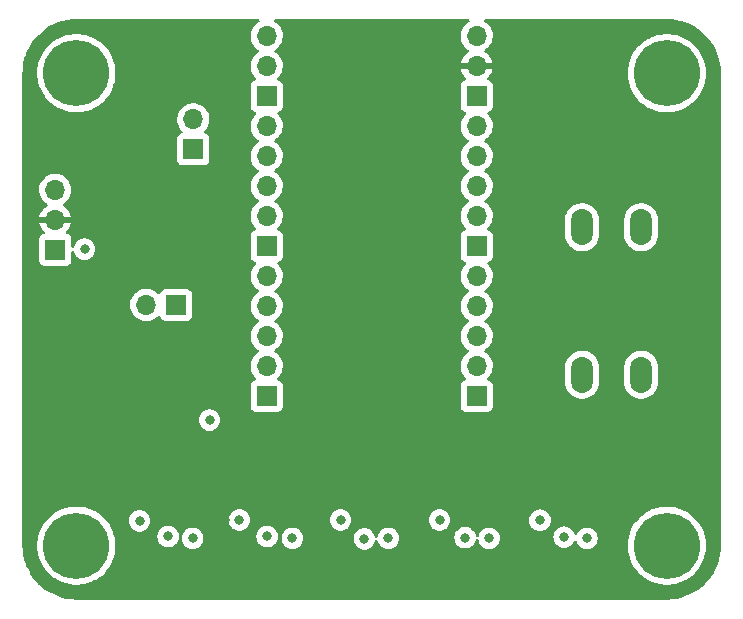
<source format=gbr>
%TF.GenerationSoftware,KiCad,Pcbnew,(6.0.9)*%
%TF.CreationDate,2022-11-23T22:08:25-07:00*%
%TF.ProjectId,AQM,41514d2e-6b69-4636-9164-5f7063625858,rev?*%
%TF.SameCoordinates,Original*%
%TF.FileFunction,Copper,L3,Inr*%
%TF.FilePolarity,Positive*%
%FSLAX46Y46*%
G04 Gerber Fmt 4.6, Leading zero omitted, Abs format (unit mm)*
G04 Created by KiCad (PCBNEW (6.0.9)) date 2022-11-23 22:08:25*
%MOMM*%
%LPD*%
G01*
G04 APERTURE LIST*
%TA.AperFunction,ComponentPad*%
%ADD10C,5.600000*%
%TD*%
%TA.AperFunction,ComponentPad*%
%ADD11O,1.700000X1.700000*%
%TD*%
%TA.AperFunction,ComponentPad*%
%ADD12R,1.700000X1.700000*%
%TD*%
%TA.AperFunction,ComponentPad*%
%ADD13O,1.850000X3.048000*%
%TD*%
%TA.AperFunction,ViaPad*%
%ADD14C,0.800000*%
%TD*%
G04 APERTURE END LIST*
D10*
%TO.N,GND*%
%TO.C,H3*%
X168675000Y-132225000D03*
%TD*%
%TO.N,GND*%
%TO.C,H4*%
X118675000Y-132225000D03*
%TD*%
D11*
%TO.N,unconnected-(U1-Pad26)*%
%TO.C,U1*%
X152565000Y-89079400D03*
%TO.N,VBUS*%
X152565000Y-91619400D03*
D12*
%TO.N,GND*%
X152565000Y-94159400D03*
D11*
%TO.N,unconnected-(U1-Pad23)*%
X152565000Y-96699400D03*
%TO.N,+3V3*%
X152565000Y-99239400D03*
%TO.N,unconnected-(U1-Pad21)*%
X152565000Y-101779400D03*
%TO.N,unconnected-(U1-Pad20)*%
X152565000Y-104319400D03*
D12*
%TO.N,unconnected-(U1-Pad19)*%
X152565000Y-106859400D03*
D11*
%TO.N,unconnected-(U1-Pad18)*%
X152565000Y-109399400D03*
%TO.N,unconnected-(U1-Pad17)*%
X152565000Y-111939400D03*
%TO.N,unconnected-(U1-Pad16)*%
X152565000Y-114479400D03*
%TO.N,unconnected-(U1-Pad15)*%
X152565000Y-117019400D03*
D12*
%TO.N,Net-(C5-Pad1)*%
X152565000Y-119559400D03*
%TO.N,Net-(U1-Pad13)*%
X134785000Y-119559400D03*
D11*
%TO.N,unconnected-(U1-Pad12)*%
X134785000Y-117019400D03*
%TO.N,unconnected-(U1-Pad11)*%
X134785000Y-114479400D03*
%TO.N,unconnected-(U1-Pad10)*%
X134785000Y-111939400D03*
%TO.N,unconnected-(U1-Pad9)*%
X134785000Y-109399400D03*
D12*
%TO.N,Net-(R6-Pad2)*%
X134785000Y-106859400D03*
D11*
%TO.N,Net-(U1-Pad7)*%
X134785000Y-104319400D03*
%TO.N,Net-(R1-Pad1)*%
X134785000Y-101779400D03*
%TO.N,GND*%
X134785000Y-99239400D03*
X134785000Y-96699400D03*
D12*
%TO.N,unconnected-(U1-Pad3)*%
X134785000Y-94159400D03*
D11*
%TO.N,unconnected-(U1-Pad2)*%
X134785000Y-91619400D03*
%TO.N,unconnected-(U1-Pad1)*%
X134785000Y-89079400D03*
%TD*%
%TO.N,GND*%
%TO.C,J7*%
X128577400Y-96125400D03*
D12*
%TO.N,Net-(R1-Pad2)*%
X128577400Y-98665400D03*
%TD*%
D10*
%TO.N,GND*%
%TO.C,H1*%
X118675000Y-92225000D03*
%TD*%
%TO.N,GND*%
%TO.C,H2*%
X168675000Y-92225000D03*
%TD*%
D11*
%TO.N,GND*%
%TO.C,J8*%
X124585000Y-111850000D03*
D12*
%TO.N,Net-(J8-Pad1)*%
X127125000Y-111850000D03*
%TD*%
D11*
%TO.N,Net-(R8-Pad2)*%
%TO.C,J6*%
X116885000Y-102095000D03*
%TO.N,VBUS*%
X116885000Y-104635000D03*
D12*
%TO.N,Net-(U1-Pad7)*%
X116885000Y-107175000D03*
%TD*%
D13*
%TO.N,+3V3*%
%TO.C,SW1*%
X161500000Y-105260000D03*
X161500000Y-117760000D03*
%TO.N,Net-(R3-Pad2)*%
X166500000Y-117760000D03*
X166500000Y-105260000D03*
%TD*%
D14*
%TO.N,+3V3*%
X149425000Y-130050000D03*
X157925000Y-130075000D03*
X132475000Y-130050000D03*
X129948600Y-121596200D03*
X124025000Y-130125000D03*
X141050000Y-130050000D03*
%TO.N,VBUS*%
X139575000Y-130000000D03*
X131300000Y-130075000D03*
X156400000Y-130075000D03*
X148125000Y-130050000D03*
X125325800Y-121647000D03*
X164925000Y-130075000D03*
%TO.N,Net-(C7-Pad1)*%
X159971400Y-131502200D03*
%TO.N,Net-(C12-Pad1)*%
X134825400Y-131451400D03*
%TO.N,Net-(C10-Pad1)*%
X143055000Y-131654600D03*
%TO.N,Net-(C11-Pad1)*%
X126443400Y-131451400D03*
%TO.N,Net-(U1-Pad7)*%
X119375000Y-107125000D03*
%TO.N,Net-(C13-Pad1)*%
X151589400Y-131553000D03*
%TO.N,/I2C/I2C.SCL*%
X161901800Y-131603800D03*
X153621400Y-131603800D03*
X128526200Y-131603800D03*
X136959000Y-131603800D03*
X145087000Y-131603800D03*
%TD*%
%TA.AperFunction,Conductor*%
%TO.N,VBUS*%
G36*
X134125494Y-87678502D02*
G01*
X134171987Y-87732158D01*
X134182091Y-87802432D01*
X134152597Y-87867012D01*
X134115558Y-87896260D01*
X134058607Y-87925907D01*
X134054474Y-87929010D01*
X134054471Y-87929012D01*
X134030247Y-87947200D01*
X133879965Y-88060035D01*
X133725629Y-88221538D01*
X133722715Y-88225810D01*
X133722714Y-88225811D01*
X133637556Y-88350649D01*
X133599743Y-88406080D01*
X133505688Y-88608705D01*
X133445989Y-88823970D01*
X133422251Y-89046095D01*
X133422548Y-89051248D01*
X133422548Y-89051251D01*
X133427852Y-89143237D01*
X133435110Y-89269115D01*
X133436247Y-89274161D01*
X133436248Y-89274167D01*
X133443282Y-89305378D01*
X133484222Y-89487039D01*
X133534317Y-89610408D01*
X133565900Y-89688188D01*
X133568266Y-89694016D01*
X133684987Y-89884488D01*
X133831250Y-90053338D01*
X134003126Y-90196032D01*
X134051963Y-90224570D01*
X134076445Y-90238876D01*
X134125169Y-90290514D01*
X134138240Y-90360297D01*
X134111509Y-90426069D01*
X134071055Y-90459427D01*
X134058607Y-90465907D01*
X134054474Y-90469010D01*
X134054471Y-90469012D01*
X133884100Y-90596930D01*
X133879965Y-90600035D01*
X133725629Y-90761538D01*
X133722715Y-90765810D01*
X133722714Y-90765811D01*
X133710404Y-90783857D01*
X133599743Y-90946080D01*
X133505688Y-91148705D01*
X133445989Y-91363970D01*
X133422251Y-91586095D01*
X133422548Y-91591248D01*
X133422548Y-91591251D01*
X133428011Y-91685990D01*
X133435110Y-91809115D01*
X133436247Y-91814161D01*
X133436248Y-91814167D01*
X133449597Y-91873400D01*
X133484222Y-92027039D01*
X133524346Y-92125853D01*
X133565344Y-92226819D01*
X133568266Y-92234016D01*
X133684987Y-92424488D01*
X133831250Y-92593338D01*
X133835230Y-92596642D01*
X133839981Y-92600587D01*
X133879616Y-92659490D01*
X133881113Y-92730471D01*
X133843997Y-92790993D01*
X133803724Y-92815512D01*
X133688295Y-92858785D01*
X133571739Y-92946139D01*
X133484385Y-93062695D01*
X133433255Y-93199084D01*
X133426500Y-93261266D01*
X133426500Y-95057534D01*
X133433255Y-95119716D01*
X133484385Y-95256105D01*
X133571739Y-95372661D01*
X133688295Y-95460015D01*
X133696704Y-95463167D01*
X133696705Y-95463168D01*
X133805451Y-95503935D01*
X133862216Y-95546576D01*
X133886916Y-95613138D01*
X133871709Y-95682487D01*
X133852316Y-95708968D01*
X133725629Y-95841538D01*
X133722715Y-95845810D01*
X133722714Y-95845811D01*
X133680345Y-95907922D01*
X133599743Y-96026080D01*
X133505688Y-96228705D01*
X133445989Y-96443970D01*
X133422251Y-96666095D01*
X133422548Y-96671248D01*
X133422548Y-96671251D01*
X133431556Y-96827477D01*
X133435110Y-96889115D01*
X133436247Y-96894161D01*
X133436248Y-96894167D01*
X133444434Y-96930488D01*
X133484222Y-97107039D01*
X133539037Y-97242032D01*
X133565377Y-97306900D01*
X133568266Y-97314016D01*
X133570965Y-97318420D01*
X133652908Y-97452139D01*
X133684987Y-97504488D01*
X133831250Y-97673338D01*
X134003126Y-97816032D01*
X134073595Y-97857211D01*
X134076445Y-97858876D01*
X134125169Y-97910514D01*
X134138240Y-97980297D01*
X134111509Y-98046069D01*
X134071055Y-98079427D01*
X134058607Y-98085907D01*
X134054474Y-98089010D01*
X134054471Y-98089012D01*
X134030247Y-98107200D01*
X133879965Y-98220035D01*
X133725629Y-98381538D01*
X133599743Y-98566080D01*
X133505688Y-98768705D01*
X133445989Y-98983970D01*
X133422251Y-99206095D01*
X133422548Y-99211248D01*
X133422548Y-99211251D01*
X133428011Y-99305990D01*
X133435110Y-99429115D01*
X133436247Y-99434161D01*
X133436248Y-99434167D01*
X133456119Y-99522339D01*
X133484222Y-99647039D01*
X133568266Y-99854016D01*
X133586666Y-99884042D01*
X133672371Y-100023900D01*
X133684987Y-100044488D01*
X133831250Y-100213338D01*
X134003126Y-100356032D01*
X134073595Y-100397211D01*
X134076445Y-100398876D01*
X134125169Y-100450514D01*
X134138240Y-100520297D01*
X134111509Y-100586069D01*
X134071055Y-100619427D01*
X134058607Y-100625907D01*
X134054474Y-100629010D01*
X134054471Y-100629012D01*
X133909538Y-100737831D01*
X133879965Y-100760035D01*
X133725629Y-100921538D01*
X133722715Y-100925810D01*
X133722714Y-100925811D01*
X133699666Y-100959598D01*
X133599743Y-101106080D01*
X133505688Y-101308705D01*
X133445989Y-101523970D01*
X133422251Y-101746095D01*
X133422548Y-101751248D01*
X133422548Y-101751251D01*
X133427937Y-101844707D01*
X133435110Y-101969115D01*
X133436247Y-101974161D01*
X133436248Y-101974167D01*
X133454817Y-102056562D01*
X133484222Y-102187039D01*
X133522461Y-102281211D01*
X133565833Y-102388023D01*
X133568266Y-102394016D01*
X133684987Y-102584488D01*
X133831250Y-102753338D01*
X134003126Y-102896032D01*
X134016745Y-102903990D01*
X134076445Y-102938876D01*
X134125169Y-102990514D01*
X134138240Y-103060297D01*
X134111509Y-103126069D01*
X134071055Y-103159427D01*
X134058607Y-103165907D01*
X134054474Y-103169010D01*
X134054471Y-103169012D01*
X133884100Y-103296930D01*
X133879965Y-103300035D01*
X133846571Y-103334980D01*
X133730202Y-103456753D01*
X133725629Y-103461538D01*
X133599743Y-103646080D01*
X133584003Y-103679990D01*
X133534005Y-103787702D01*
X133505688Y-103848705D01*
X133445989Y-104063970D01*
X133422251Y-104286095D01*
X133422548Y-104291248D01*
X133422548Y-104291251D01*
X133428623Y-104396605D01*
X133435110Y-104509115D01*
X133436247Y-104514161D01*
X133436248Y-104514167D01*
X133451212Y-104580563D01*
X133484222Y-104727039D01*
X133522461Y-104821211D01*
X133565787Y-104927910D01*
X133568266Y-104934016D01*
X133684987Y-105124488D01*
X133831250Y-105293338D01*
X133835230Y-105296642D01*
X133839981Y-105300587D01*
X133879616Y-105359490D01*
X133881113Y-105430471D01*
X133843997Y-105490993D01*
X133803724Y-105515512D01*
X133688295Y-105558785D01*
X133571739Y-105646139D01*
X133484385Y-105762695D01*
X133433255Y-105899084D01*
X133426500Y-105961266D01*
X133426500Y-107757534D01*
X133433255Y-107819716D01*
X133484385Y-107956105D01*
X133571739Y-108072661D01*
X133688295Y-108160015D01*
X133696704Y-108163167D01*
X133696705Y-108163168D01*
X133805451Y-108203935D01*
X133862216Y-108246576D01*
X133886916Y-108313138D01*
X133871709Y-108382487D01*
X133852316Y-108408968D01*
X133739766Y-108526745D01*
X133725629Y-108541538D01*
X133599743Y-108726080D01*
X133505688Y-108928705D01*
X133445989Y-109143970D01*
X133422251Y-109366095D01*
X133422548Y-109371248D01*
X133422548Y-109371251D01*
X133428011Y-109465990D01*
X133435110Y-109589115D01*
X133436247Y-109594161D01*
X133436248Y-109594167D01*
X133456119Y-109682339D01*
X133484222Y-109807039D01*
X133568266Y-110014016D01*
X133684987Y-110204488D01*
X133831250Y-110373338D01*
X134003126Y-110516032D01*
X134030570Y-110532069D01*
X134076445Y-110558876D01*
X134125169Y-110610514D01*
X134138240Y-110680297D01*
X134111509Y-110746069D01*
X134071055Y-110779427D01*
X134058607Y-110785907D01*
X134054474Y-110789010D01*
X134054471Y-110789012D01*
X133884100Y-110916930D01*
X133879965Y-110920035D01*
X133725629Y-111081538D01*
X133722715Y-111085810D01*
X133722714Y-111085811D01*
X133657525Y-111181375D01*
X133599743Y-111266080D01*
X133505688Y-111468705D01*
X133445989Y-111683970D01*
X133422251Y-111906095D01*
X133422548Y-111911248D01*
X133422548Y-111911251D01*
X133428011Y-112005990D01*
X133435110Y-112129115D01*
X133436247Y-112134161D01*
X133436248Y-112134167D01*
X133456119Y-112222339D01*
X133484222Y-112347039D01*
X133568266Y-112554016D01*
X133684987Y-112744488D01*
X133831250Y-112913338D01*
X134003126Y-113056032D01*
X134043010Y-113079338D01*
X134076445Y-113098876D01*
X134125169Y-113150514D01*
X134138240Y-113220297D01*
X134111509Y-113286069D01*
X134071055Y-113319427D01*
X134058607Y-113325907D01*
X134054474Y-113329010D01*
X134054471Y-113329012D01*
X134030247Y-113347200D01*
X133879965Y-113460035D01*
X133725629Y-113621538D01*
X133599743Y-113806080D01*
X133505688Y-114008705D01*
X133445989Y-114223970D01*
X133422251Y-114446095D01*
X133422548Y-114451248D01*
X133422548Y-114451251D01*
X133428011Y-114545990D01*
X133435110Y-114669115D01*
X133436247Y-114674161D01*
X133436248Y-114674167D01*
X133456119Y-114762339D01*
X133484222Y-114887039D01*
X133568266Y-115094016D01*
X133684987Y-115284488D01*
X133831250Y-115453338D01*
X134003126Y-115596032D01*
X134073595Y-115637211D01*
X134076445Y-115638876D01*
X134125169Y-115690514D01*
X134138240Y-115760297D01*
X134111509Y-115826069D01*
X134071055Y-115859427D01*
X134058607Y-115865907D01*
X134054474Y-115869010D01*
X134054471Y-115869012D01*
X133884100Y-115996930D01*
X133879965Y-116000035D01*
X133725629Y-116161538D01*
X133722715Y-116165810D01*
X133722714Y-116165811D01*
X133658431Y-116260046D01*
X133599743Y-116346080D01*
X133505688Y-116548705D01*
X133445989Y-116763970D01*
X133422251Y-116986095D01*
X133422548Y-116991248D01*
X133422548Y-116991251D01*
X133434812Y-117203947D01*
X133435110Y-117209115D01*
X133436247Y-117214161D01*
X133436248Y-117214167D01*
X133456119Y-117302339D01*
X133484222Y-117427039D01*
X133568266Y-117634016D01*
X133684987Y-117824488D01*
X133831250Y-117993338D01*
X133835230Y-117996642D01*
X133839981Y-118000587D01*
X133879616Y-118059490D01*
X133881113Y-118130471D01*
X133843997Y-118190993D01*
X133803724Y-118215512D01*
X133688295Y-118258785D01*
X133571739Y-118346139D01*
X133484385Y-118462695D01*
X133433255Y-118599084D01*
X133426500Y-118661266D01*
X133426500Y-120457534D01*
X133433255Y-120519716D01*
X133484385Y-120656105D01*
X133571739Y-120772661D01*
X133688295Y-120860015D01*
X133824684Y-120911145D01*
X133886866Y-120917900D01*
X135683134Y-120917900D01*
X135745316Y-120911145D01*
X135881705Y-120860015D01*
X135998261Y-120772661D01*
X136085615Y-120656105D01*
X136136745Y-120519716D01*
X136143500Y-120457534D01*
X136143500Y-118661266D01*
X136136745Y-118599084D01*
X136085615Y-118462695D01*
X135998261Y-118346139D01*
X135881705Y-118258785D01*
X135869132Y-118254072D01*
X135763203Y-118214360D01*
X135706439Y-118171718D01*
X135681739Y-118105156D01*
X135696947Y-118035808D01*
X135718493Y-118007127D01*
X135819435Y-117906537D01*
X135823096Y-117902889D01*
X135882594Y-117820089D01*
X135950435Y-117725677D01*
X135953453Y-117721477D01*
X136052430Y-117521211D01*
X136117370Y-117307469D01*
X136146529Y-117085990D01*
X136148156Y-117019400D01*
X136145418Y-116986095D01*
X151202251Y-116986095D01*
X151202548Y-116991248D01*
X151202548Y-116991251D01*
X151214812Y-117203947D01*
X151215110Y-117209115D01*
X151216247Y-117214161D01*
X151216248Y-117214167D01*
X151236119Y-117302339D01*
X151264222Y-117427039D01*
X151348266Y-117634016D01*
X151464987Y-117824488D01*
X151611250Y-117993338D01*
X151615230Y-117996642D01*
X151619981Y-118000587D01*
X151659616Y-118059490D01*
X151661113Y-118130471D01*
X151623997Y-118190993D01*
X151583724Y-118215512D01*
X151468295Y-118258785D01*
X151351739Y-118346139D01*
X151264385Y-118462695D01*
X151213255Y-118599084D01*
X151206500Y-118661266D01*
X151206500Y-120457534D01*
X151213255Y-120519716D01*
X151264385Y-120656105D01*
X151351739Y-120772661D01*
X151468295Y-120860015D01*
X151604684Y-120911145D01*
X151666866Y-120917900D01*
X153463134Y-120917900D01*
X153525316Y-120911145D01*
X153661705Y-120860015D01*
X153778261Y-120772661D01*
X153865615Y-120656105D01*
X153916745Y-120519716D01*
X153923500Y-120457534D01*
X153923500Y-118661266D01*
X153916745Y-118599084D01*
X153865615Y-118462695D01*
X153832685Y-118418757D01*
X160066500Y-118418757D01*
X160066712Y-118421330D01*
X160066712Y-118421341D01*
X160080478Y-118588779D01*
X160080479Y-118588785D01*
X160080902Y-118593930D01*
X160138327Y-118822551D01*
X160232322Y-119038723D01*
X160360360Y-119236641D01*
X160363839Y-119240464D01*
X160363841Y-119240467D01*
X160388858Y-119267960D01*
X160519005Y-119410989D01*
X160523056Y-119414188D01*
X160523060Y-119414192D01*
X160699939Y-119553883D01*
X160699943Y-119553885D01*
X160703994Y-119557085D01*
X160910361Y-119671005D01*
X160915230Y-119672729D01*
X160915234Y-119672731D01*
X161127689Y-119747965D01*
X161127693Y-119747966D01*
X161132564Y-119749691D01*
X161137657Y-119750598D01*
X161137660Y-119750599D01*
X161359544Y-119790123D01*
X161359550Y-119790124D01*
X161364633Y-119791029D01*
X161455477Y-119792139D01*
X161595170Y-119793846D01*
X161595172Y-119793846D01*
X161600339Y-119793909D01*
X161833349Y-119758253D01*
X162057407Y-119685020D01*
X162266496Y-119576175D01*
X162270629Y-119573072D01*
X162270632Y-119573070D01*
X162450865Y-119437747D01*
X162450868Y-119437745D01*
X162455000Y-119434642D01*
X162617857Y-119264223D01*
X162750693Y-119069492D01*
X162752869Y-119064805D01*
X162847764Y-118860372D01*
X162847766Y-118860367D01*
X162849941Y-118855681D01*
X162912935Y-118628532D01*
X162917183Y-118588779D01*
X162933144Y-118439437D01*
X162933144Y-118439429D01*
X162933500Y-118436102D01*
X162933500Y-118418757D01*
X165066500Y-118418757D01*
X165066712Y-118421330D01*
X165066712Y-118421341D01*
X165080478Y-118588779D01*
X165080479Y-118588785D01*
X165080902Y-118593930D01*
X165138327Y-118822551D01*
X165232322Y-119038723D01*
X165360360Y-119236641D01*
X165363839Y-119240464D01*
X165363841Y-119240467D01*
X165388858Y-119267960D01*
X165519005Y-119410989D01*
X165523056Y-119414188D01*
X165523060Y-119414192D01*
X165699939Y-119553883D01*
X165699943Y-119553885D01*
X165703994Y-119557085D01*
X165910361Y-119671005D01*
X165915230Y-119672729D01*
X165915234Y-119672731D01*
X166127689Y-119747965D01*
X166127693Y-119747966D01*
X166132564Y-119749691D01*
X166137657Y-119750598D01*
X166137660Y-119750599D01*
X166359544Y-119790123D01*
X166359550Y-119790124D01*
X166364633Y-119791029D01*
X166455477Y-119792139D01*
X166595170Y-119793846D01*
X166595172Y-119793846D01*
X166600339Y-119793909D01*
X166833349Y-119758253D01*
X167057407Y-119685020D01*
X167266496Y-119576175D01*
X167270629Y-119573072D01*
X167270632Y-119573070D01*
X167450865Y-119437747D01*
X167450868Y-119437745D01*
X167455000Y-119434642D01*
X167617857Y-119264223D01*
X167750693Y-119069492D01*
X167752869Y-119064805D01*
X167847764Y-118860372D01*
X167847766Y-118860367D01*
X167849941Y-118855681D01*
X167912935Y-118628532D01*
X167917183Y-118588779D01*
X167933144Y-118439437D01*
X167933144Y-118439429D01*
X167933500Y-118436102D01*
X167933500Y-117101243D01*
X167927048Y-117022765D01*
X167919522Y-116931221D01*
X167919521Y-116931215D01*
X167919098Y-116926070D01*
X167861673Y-116697449D01*
X167767678Y-116481277D01*
X167639640Y-116283359D01*
X167614543Y-116255777D01*
X167484473Y-116112833D01*
X167484471Y-116112832D01*
X167480995Y-116109011D01*
X167476944Y-116105812D01*
X167476940Y-116105808D01*
X167300061Y-115966117D01*
X167300057Y-115966115D01*
X167296006Y-115962915D01*
X167089639Y-115848995D01*
X167084770Y-115847271D01*
X167084766Y-115847269D01*
X166872311Y-115772035D01*
X166872307Y-115772034D01*
X166867436Y-115770309D01*
X166862343Y-115769402D01*
X166862340Y-115769401D01*
X166640456Y-115729877D01*
X166640450Y-115729876D01*
X166635367Y-115728971D01*
X166544523Y-115727861D01*
X166404830Y-115726154D01*
X166404828Y-115726154D01*
X166399661Y-115726091D01*
X166166651Y-115761747D01*
X165942593Y-115834980D01*
X165733504Y-115943825D01*
X165729371Y-115946928D01*
X165729368Y-115946930D01*
X165549135Y-116082253D01*
X165545000Y-116085358D01*
X165382143Y-116255777D01*
X165249307Y-116450508D01*
X165247133Y-116455192D01*
X165247131Y-116455195D01*
X165205905Y-116544010D01*
X165150059Y-116664319D01*
X165087065Y-116891468D01*
X165066500Y-117083898D01*
X165066500Y-118418757D01*
X162933500Y-118418757D01*
X162933500Y-117101243D01*
X162927048Y-117022765D01*
X162919522Y-116931221D01*
X162919521Y-116931215D01*
X162919098Y-116926070D01*
X162861673Y-116697449D01*
X162767678Y-116481277D01*
X162639640Y-116283359D01*
X162614543Y-116255777D01*
X162484473Y-116112833D01*
X162484471Y-116112832D01*
X162480995Y-116109011D01*
X162476944Y-116105812D01*
X162476940Y-116105808D01*
X162300061Y-115966117D01*
X162300057Y-115966115D01*
X162296006Y-115962915D01*
X162089639Y-115848995D01*
X162084770Y-115847271D01*
X162084766Y-115847269D01*
X161872311Y-115772035D01*
X161872307Y-115772034D01*
X161867436Y-115770309D01*
X161862343Y-115769402D01*
X161862340Y-115769401D01*
X161640456Y-115729877D01*
X161640450Y-115729876D01*
X161635367Y-115728971D01*
X161544523Y-115727861D01*
X161404830Y-115726154D01*
X161404828Y-115726154D01*
X161399661Y-115726091D01*
X161166651Y-115761747D01*
X160942593Y-115834980D01*
X160733504Y-115943825D01*
X160729371Y-115946928D01*
X160729368Y-115946930D01*
X160549135Y-116082253D01*
X160545000Y-116085358D01*
X160382143Y-116255777D01*
X160249307Y-116450508D01*
X160247133Y-116455192D01*
X160247131Y-116455195D01*
X160205905Y-116544010D01*
X160150059Y-116664319D01*
X160087065Y-116891468D01*
X160066500Y-117083898D01*
X160066500Y-118418757D01*
X153832685Y-118418757D01*
X153778261Y-118346139D01*
X153661705Y-118258785D01*
X153649132Y-118254072D01*
X153543203Y-118214360D01*
X153486439Y-118171718D01*
X153461739Y-118105156D01*
X153476947Y-118035808D01*
X153498493Y-118007127D01*
X153599435Y-117906537D01*
X153603096Y-117902889D01*
X153662594Y-117820089D01*
X153730435Y-117725677D01*
X153733453Y-117721477D01*
X153832430Y-117521211D01*
X153897370Y-117307469D01*
X153926529Y-117085990D01*
X153928156Y-117019400D01*
X153909852Y-116796761D01*
X153855431Y-116580102D01*
X153766354Y-116375240D01*
X153709723Y-116287702D01*
X153647822Y-116192017D01*
X153647820Y-116192014D01*
X153645014Y-116187677D01*
X153494670Y-116022451D01*
X153490619Y-116019252D01*
X153490615Y-116019248D01*
X153323414Y-115887200D01*
X153323410Y-115887198D01*
X153319359Y-115883998D01*
X153278053Y-115861196D01*
X153228084Y-115810764D01*
X153213312Y-115741321D01*
X153238428Y-115674916D01*
X153265780Y-115648309D01*
X153309603Y-115617050D01*
X153444860Y-115520573D01*
X153603096Y-115362889D01*
X153662594Y-115280089D01*
X153730435Y-115185677D01*
X153733453Y-115181477D01*
X153832430Y-114981211D01*
X153897370Y-114767469D01*
X153926529Y-114545990D01*
X153928156Y-114479400D01*
X153909852Y-114256761D01*
X153855431Y-114040102D01*
X153766354Y-113835240D01*
X153645014Y-113647677D01*
X153494670Y-113482451D01*
X153490619Y-113479252D01*
X153490615Y-113479248D01*
X153323414Y-113347200D01*
X153323410Y-113347198D01*
X153319359Y-113343998D01*
X153278053Y-113321196D01*
X153228084Y-113270764D01*
X153213312Y-113201321D01*
X153238428Y-113134916D01*
X153265780Y-113108309D01*
X153328935Y-113063261D01*
X153444860Y-112980573D01*
X153462167Y-112963327D01*
X153599435Y-112826537D01*
X153603096Y-112822889D01*
X153662594Y-112740089D01*
X153730435Y-112645677D01*
X153733453Y-112641477D01*
X153823229Y-112459829D01*
X153830136Y-112445853D01*
X153830137Y-112445851D01*
X153832430Y-112441211D01*
X153897370Y-112227469D01*
X153926529Y-112005990D01*
X153928156Y-111939400D01*
X153909852Y-111716761D01*
X153855431Y-111500102D01*
X153766354Y-111295240D01*
X153726906Y-111234262D01*
X153647822Y-111112017D01*
X153647820Y-111112014D01*
X153645014Y-111107677D01*
X153494670Y-110942451D01*
X153490619Y-110939252D01*
X153490615Y-110939248D01*
X153323414Y-110807200D01*
X153323410Y-110807198D01*
X153319359Y-110803998D01*
X153278053Y-110781196D01*
X153228084Y-110730764D01*
X153213312Y-110661321D01*
X153238428Y-110594916D01*
X153265780Y-110568309D01*
X153329058Y-110523173D01*
X153444860Y-110440573D01*
X153603096Y-110282889D01*
X153662594Y-110200089D01*
X153730435Y-110105677D01*
X153733453Y-110101477D01*
X153832430Y-109901211D01*
X153897370Y-109687469D01*
X153926529Y-109465990D01*
X153928156Y-109399400D01*
X153909852Y-109176761D01*
X153855431Y-108960102D01*
X153766354Y-108755240D01*
X153645014Y-108567677D01*
X153641532Y-108563850D01*
X153497798Y-108405888D01*
X153466746Y-108342042D01*
X153475141Y-108271543D01*
X153520317Y-108216775D01*
X153546761Y-108203106D01*
X153653297Y-108163167D01*
X153661705Y-108160015D01*
X153778261Y-108072661D01*
X153865615Y-107956105D01*
X153916745Y-107819716D01*
X153923500Y-107757534D01*
X153923500Y-105961266D01*
X153918882Y-105918757D01*
X160066500Y-105918757D01*
X160066712Y-105921330D01*
X160066712Y-105921341D01*
X160080478Y-106088779D01*
X160080479Y-106088785D01*
X160080902Y-106093930D01*
X160138327Y-106322551D01*
X160232322Y-106538723D01*
X160360360Y-106736641D01*
X160363839Y-106740464D01*
X160363841Y-106740467D01*
X160515527Y-106907167D01*
X160519005Y-106910989D01*
X160523056Y-106914188D01*
X160523060Y-106914192D01*
X160699939Y-107053883D01*
X160699943Y-107053885D01*
X160703994Y-107057085D01*
X160910361Y-107171005D01*
X160915230Y-107172729D01*
X160915234Y-107172731D01*
X161127689Y-107247965D01*
X161127693Y-107247966D01*
X161132564Y-107249691D01*
X161137657Y-107250598D01*
X161137660Y-107250599D01*
X161359544Y-107290123D01*
X161359550Y-107290124D01*
X161364633Y-107291029D01*
X161455477Y-107292139D01*
X161595170Y-107293846D01*
X161595172Y-107293846D01*
X161600339Y-107293909D01*
X161833349Y-107258253D01*
X162057407Y-107185020D01*
X162266496Y-107076175D01*
X162270629Y-107073072D01*
X162270632Y-107073070D01*
X162450865Y-106937747D01*
X162450868Y-106937745D01*
X162455000Y-106934642D01*
X162617857Y-106764223D01*
X162750693Y-106569492D01*
X162752869Y-106564805D01*
X162847764Y-106360372D01*
X162847766Y-106360367D01*
X162849941Y-106355681D01*
X162912935Y-106128532D01*
X162930446Y-105964683D01*
X162933144Y-105939437D01*
X162933144Y-105939429D01*
X162933500Y-105936102D01*
X162933500Y-105918757D01*
X165066500Y-105918757D01*
X165066712Y-105921330D01*
X165066712Y-105921341D01*
X165080478Y-106088779D01*
X165080479Y-106088785D01*
X165080902Y-106093930D01*
X165138327Y-106322551D01*
X165232322Y-106538723D01*
X165360360Y-106736641D01*
X165363839Y-106740464D01*
X165363841Y-106740467D01*
X165515527Y-106907167D01*
X165519005Y-106910989D01*
X165523056Y-106914188D01*
X165523060Y-106914192D01*
X165699939Y-107053883D01*
X165699943Y-107053885D01*
X165703994Y-107057085D01*
X165910361Y-107171005D01*
X165915230Y-107172729D01*
X165915234Y-107172731D01*
X166127689Y-107247965D01*
X166127693Y-107247966D01*
X166132564Y-107249691D01*
X166137657Y-107250598D01*
X166137660Y-107250599D01*
X166359544Y-107290123D01*
X166359550Y-107290124D01*
X166364633Y-107291029D01*
X166455477Y-107292139D01*
X166595170Y-107293846D01*
X166595172Y-107293846D01*
X166600339Y-107293909D01*
X166833349Y-107258253D01*
X167057407Y-107185020D01*
X167266496Y-107076175D01*
X167270629Y-107073072D01*
X167270632Y-107073070D01*
X167450865Y-106937747D01*
X167450868Y-106937745D01*
X167455000Y-106934642D01*
X167617857Y-106764223D01*
X167750693Y-106569492D01*
X167752869Y-106564805D01*
X167847764Y-106360372D01*
X167847766Y-106360367D01*
X167849941Y-106355681D01*
X167912935Y-106128532D01*
X167930446Y-105964683D01*
X167933144Y-105939437D01*
X167933144Y-105939429D01*
X167933500Y-105936102D01*
X167933500Y-104601243D01*
X167925501Y-104503947D01*
X167919522Y-104431221D01*
X167919521Y-104431215D01*
X167919098Y-104426070D01*
X167861673Y-104197449D01*
X167767678Y-103981277D01*
X167639640Y-103783359D01*
X167630867Y-103773717D01*
X167484473Y-103612833D01*
X167484471Y-103612832D01*
X167480995Y-103609011D01*
X167476944Y-103605812D01*
X167476940Y-103605808D01*
X167300061Y-103466117D01*
X167300057Y-103466115D01*
X167296006Y-103462915D01*
X167284844Y-103456753D01*
X167189335Y-103404030D01*
X167089639Y-103348995D01*
X167084770Y-103347271D01*
X167084766Y-103347269D01*
X166872311Y-103272035D01*
X166872307Y-103272034D01*
X166867436Y-103270309D01*
X166862343Y-103269402D01*
X166862340Y-103269401D01*
X166640456Y-103229877D01*
X166640450Y-103229876D01*
X166635367Y-103228971D01*
X166544523Y-103227861D01*
X166404830Y-103226154D01*
X166404828Y-103226154D01*
X166399661Y-103226091D01*
X166166651Y-103261747D01*
X165942593Y-103334980D01*
X165910870Y-103351494D01*
X165763197Y-103428368D01*
X165733504Y-103443825D01*
X165729371Y-103446928D01*
X165729368Y-103446930D01*
X165549135Y-103582253D01*
X165545000Y-103585358D01*
X165382143Y-103755777D01*
X165249307Y-103950508D01*
X165247133Y-103955192D01*
X165247131Y-103955195D01*
X165179023Y-104101922D01*
X165150059Y-104164319D01*
X165087065Y-104391468D01*
X165066500Y-104583898D01*
X165066500Y-105918757D01*
X162933500Y-105918757D01*
X162933500Y-104601243D01*
X162925501Y-104503947D01*
X162919522Y-104431221D01*
X162919521Y-104431215D01*
X162919098Y-104426070D01*
X162861673Y-104197449D01*
X162767678Y-103981277D01*
X162639640Y-103783359D01*
X162630867Y-103773717D01*
X162484473Y-103612833D01*
X162484471Y-103612832D01*
X162480995Y-103609011D01*
X162476944Y-103605812D01*
X162476940Y-103605808D01*
X162300061Y-103466117D01*
X162300057Y-103466115D01*
X162296006Y-103462915D01*
X162284844Y-103456753D01*
X162189335Y-103404030D01*
X162089639Y-103348995D01*
X162084770Y-103347271D01*
X162084766Y-103347269D01*
X161872311Y-103272035D01*
X161872307Y-103272034D01*
X161867436Y-103270309D01*
X161862343Y-103269402D01*
X161862340Y-103269401D01*
X161640456Y-103229877D01*
X161640450Y-103229876D01*
X161635367Y-103228971D01*
X161544523Y-103227861D01*
X161404830Y-103226154D01*
X161404828Y-103226154D01*
X161399661Y-103226091D01*
X161166651Y-103261747D01*
X160942593Y-103334980D01*
X160910870Y-103351494D01*
X160763197Y-103428368D01*
X160733504Y-103443825D01*
X160729371Y-103446928D01*
X160729368Y-103446930D01*
X160549135Y-103582253D01*
X160545000Y-103585358D01*
X160382143Y-103755777D01*
X160249307Y-103950508D01*
X160247133Y-103955192D01*
X160247131Y-103955195D01*
X160179023Y-104101922D01*
X160150059Y-104164319D01*
X160087065Y-104391468D01*
X160066500Y-104583898D01*
X160066500Y-105918757D01*
X153918882Y-105918757D01*
X153916745Y-105899084D01*
X153865615Y-105762695D01*
X153778261Y-105646139D01*
X153661705Y-105558785D01*
X153649132Y-105554072D01*
X153543203Y-105514360D01*
X153486439Y-105471718D01*
X153461739Y-105405156D01*
X153476947Y-105335808D01*
X153498493Y-105307127D01*
X153599435Y-105206537D01*
X153603096Y-105202889D01*
X153662594Y-105120089D01*
X153730435Y-105025677D01*
X153733453Y-105021477D01*
X153779697Y-104927910D01*
X153830136Y-104825853D01*
X153830137Y-104825851D01*
X153832430Y-104821211D01*
X153897370Y-104607469D01*
X153926529Y-104385990D01*
X153928156Y-104319400D01*
X153909852Y-104096761D01*
X153855431Y-103880102D01*
X153766354Y-103675240D01*
X153645014Y-103487677D01*
X153494670Y-103322451D01*
X153490619Y-103319252D01*
X153490615Y-103319248D01*
X153323414Y-103187200D01*
X153323410Y-103187198D01*
X153319359Y-103183998D01*
X153278053Y-103161196D01*
X153228084Y-103110764D01*
X153213312Y-103041321D01*
X153238428Y-102974916D01*
X153265780Y-102948309D01*
X153333383Y-102900088D01*
X153444860Y-102820573D01*
X153473094Y-102792438D01*
X153599435Y-102666537D01*
X153603096Y-102662889D01*
X153662594Y-102580089D01*
X153730435Y-102485677D01*
X153733453Y-102481477D01*
X153784625Y-102377939D01*
X153830136Y-102285853D01*
X153830137Y-102285851D01*
X153832430Y-102281211D01*
X153887983Y-102098365D01*
X153895865Y-102072423D01*
X153895865Y-102072421D01*
X153897370Y-102067469D01*
X153926529Y-101845990D01*
X153928156Y-101779400D01*
X153909852Y-101556761D01*
X153855431Y-101340102D01*
X153766354Y-101135240D01*
X153645014Y-100947677D01*
X153494670Y-100782451D01*
X153490619Y-100779252D01*
X153490615Y-100779248D01*
X153323414Y-100647200D01*
X153323410Y-100647198D01*
X153319359Y-100643998D01*
X153278053Y-100621196D01*
X153228084Y-100570764D01*
X153213312Y-100501321D01*
X153238428Y-100434916D01*
X153265780Y-100408309D01*
X153309603Y-100377050D01*
X153444860Y-100280573D01*
X153603096Y-100122889D01*
X153662594Y-100040089D01*
X153730435Y-99945677D01*
X153733453Y-99941477D01*
X153764499Y-99878661D01*
X153830136Y-99745853D01*
X153830137Y-99745851D01*
X153832430Y-99741211D01*
X153869907Y-99617860D01*
X153895865Y-99532423D01*
X153895865Y-99532421D01*
X153897370Y-99527469D01*
X153926529Y-99305990D01*
X153928156Y-99239400D01*
X153909852Y-99016761D01*
X153855431Y-98800102D01*
X153766354Y-98595240D01*
X153645014Y-98407677D01*
X153494670Y-98242451D01*
X153490619Y-98239252D01*
X153490615Y-98239248D01*
X153323414Y-98107200D01*
X153323410Y-98107198D01*
X153319359Y-98103998D01*
X153278053Y-98081196D01*
X153228084Y-98030764D01*
X153213312Y-97961321D01*
X153238428Y-97894916D01*
X153265780Y-97868309D01*
X153309603Y-97837050D01*
X153444860Y-97740573D01*
X153603096Y-97582889D01*
X153613296Y-97568695D01*
X153730435Y-97405677D01*
X153733453Y-97401477D01*
X153748926Y-97370171D01*
X153830136Y-97205853D01*
X153830137Y-97205851D01*
X153832430Y-97201211D01*
X153897370Y-96987469D01*
X153926529Y-96765990D01*
X153928156Y-96699400D01*
X153909852Y-96476761D01*
X153855431Y-96260102D01*
X153766354Y-96055240D01*
X153645014Y-95867677D01*
X153641532Y-95863850D01*
X153497798Y-95705888D01*
X153466746Y-95642042D01*
X153475141Y-95571543D01*
X153520317Y-95516775D01*
X153546761Y-95503106D01*
X153653297Y-95463167D01*
X153661705Y-95460015D01*
X153778261Y-95372661D01*
X153865615Y-95256105D01*
X153916745Y-95119716D01*
X153923500Y-95057534D01*
X153923500Y-93261266D01*
X153916745Y-93199084D01*
X153865615Y-93062695D01*
X153778261Y-92946139D01*
X153661705Y-92858785D01*
X153542687Y-92814167D01*
X153485923Y-92771525D01*
X153461223Y-92704964D01*
X153476430Y-92635615D01*
X153497977Y-92606935D01*
X153599052Y-92506212D01*
X153605730Y-92498365D01*
X153730003Y-92325420D01*
X153735313Y-92316583D01*
X153786293Y-92213434D01*
X165361661Y-92213434D01*
X165379792Y-92571340D01*
X165380329Y-92574695D01*
X165380330Y-92574701D01*
X165401195Y-92704964D01*
X165436470Y-92925195D01*
X165531033Y-93270859D01*
X165662374Y-93604288D01*
X165828957Y-93921582D01*
X165830858Y-93924411D01*
X165830864Y-93924421D01*
X166014569Y-94197800D01*
X166028834Y-94219029D01*
X166259665Y-94493150D01*
X166518751Y-94740738D01*
X166803061Y-94958897D01*
X166835056Y-94978350D01*
X167106355Y-95143303D01*
X167106360Y-95143306D01*
X167109270Y-95145075D01*
X167112358Y-95146521D01*
X167112357Y-95146521D01*
X167430710Y-95295649D01*
X167430720Y-95295653D01*
X167433794Y-95297093D01*
X167437012Y-95298195D01*
X167437015Y-95298196D01*
X167769615Y-95412071D01*
X167769623Y-95412073D01*
X167772838Y-95413174D01*
X168122435Y-95491959D01*
X168174728Y-95497917D01*
X168475114Y-95532142D01*
X168475122Y-95532142D01*
X168478497Y-95532527D01*
X168481901Y-95532545D01*
X168481904Y-95532545D01*
X168676227Y-95533562D01*
X168836857Y-95534403D01*
X168840243Y-95534053D01*
X168840245Y-95534053D01*
X169189932Y-95497917D01*
X169189941Y-95497916D01*
X169193324Y-95497566D01*
X169196657Y-95496852D01*
X169196660Y-95496851D01*
X169405497Y-95452080D01*
X169543727Y-95422446D01*
X169883968Y-95309922D01*
X170210066Y-95161311D01*
X170498590Y-94989998D01*
X170515262Y-94980099D01*
X170515267Y-94980096D01*
X170518207Y-94978350D01*
X170526789Y-94971907D01*
X170666311Y-94867150D01*
X170804786Y-94763180D01*
X171066451Y-94518319D01*
X171300140Y-94246630D01*
X171406750Y-94091512D01*
X171501190Y-93954101D01*
X171501195Y-93954094D01*
X171503120Y-93951292D01*
X171504732Y-93948298D01*
X171504737Y-93948290D01*
X171671395Y-93638772D01*
X171673017Y-93635760D01*
X171807842Y-93303724D01*
X171818142Y-93267568D01*
X171878548Y-93055509D01*
X171906020Y-92959070D01*
X171930559Y-92815512D01*
X171965829Y-92609175D01*
X171965829Y-92609173D01*
X171966401Y-92605828D01*
X171967427Y-92589067D01*
X171988168Y-92249928D01*
X171988278Y-92248131D01*
X171988316Y-92237265D01*
X171988353Y-92226819D01*
X171988353Y-92226806D01*
X171988359Y-92225000D01*
X171968979Y-91867159D01*
X171911066Y-91513505D01*
X171815297Y-91168173D01*
X171812243Y-91160497D01*
X171684052Y-90838369D01*
X171682793Y-90835205D01*
X171594483Y-90668416D01*
X171516702Y-90521513D01*
X171516698Y-90521506D01*
X171515103Y-90518494D01*
X171314190Y-90221746D01*
X171294597Y-90198642D01*
X171091104Y-89958692D01*
X171082403Y-89948432D01*
X170822454Y-89701750D01*
X170546888Y-89491825D01*
X170540091Y-89486647D01*
X170540089Y-89486646D01*
X170537384Y-89484585D01*
X170534472Y-89482828D01*
X170534467Y-89482825D01*
X170233443Y-89301236D01*
X170233437Y-89301233D01*
X170230528Y-89299478D01*
X169905475Y-89148593D01*
X169691143Y-89076046D01*
X169569255Y-89034789D01*
X169569250Y-89034788D01*
X169566028Y-89033697D01*
X169367681Y-88989724D01*
X169219493Y-88956871D01*
X169219487Y-88956870D01*
X169216158Y-88956132D01*
X169212769Y-88955758D01*
X169212764Y-88955757D01*
X168863338Y-88917180D01*
X168863333Y-88917180D01*
X168859957Y-88916807D01*
X168856558Y-88916801D01*
X168856557Y-88916801D01*
X168687080Y-88916505D01*
X168501592Y-88916182D01*
X168388413Y-88928277D01*
X168148639Y-88953901D01*
X168148631Y-88953902D01*
X168145256Y-88954263D01*
X167795117Y-89030606D01*
X167455271Y-89144317D01*
X167452178Y-89145739D01*
X167452177Y-89145740D01*
X167445974Y-89148593D01*
X167129694Y-89294066D01*
X167126760Y-89295822D01*
X167126758Y-89295823D01*
X166998769Y-89372423D01*
X166822193Y-89478101D01*
X166819467Y-89480163D01*
X166819465Y-89480164D01*
X166544409Y-89688188D01*
X166536367Y-89694270D01*
X166275559Y-89940043D01*
X166273347Y-89942633D01*
X166273345Y-89942635D01*
X166252931Y-89966537D01*
X166042819Y-90212546D01*
X166040900Y-90215358D01*
X166040897Y-90215363D01*
X165986495Y-90295114D01*
X165840871Y-90508591D01*
X165672077Y-90824714D01*
X165538411Y-91157218D01*
X165537491Y-91160492D01*
X165537489Y-91160497D01*
X165459630Y-91437490D01*
X165441437Y-91502213D01*
X165382290Y-91855663D01*
X165361661Y-92213434D01*
X153786293Y-92213434D01*
X153829670Y-92125667D01*
X153833469Y-92116072D01*
X153895377Y-91912310D01*
X153897555Y-91902237D01*
X153898986Y-91891362D01*
X153896775Y-91877178D01*
X153883617Y-91873400D01*
X151248225Y-91873400D01*
X151234694Y-91877373D01*
X151233257Y-91887366D01*
X151263565Y-92021846D01*
X151266645Y-92031675D01*
X151346770Y-92229003D01*
X151351413Y-92238194D01*
X151462694Y-92419788D01*
X151468777Y-92428099D01*
X151608213Y-92589067D01*
X151615577Y-92596279D01*
X151620522Y-92600385D01*
X151660156Y-92659289D01*
X151661653Y-92730270D01*
X151624537Y-92790792D01*
X151584264Y-92815310D01*
X151476705Y-92855632D01*
X151476704Y-92855633D01*
X151468295Y-92858785D01*
X151351739Y-92946139D01*
X151264385Y-93062695D01*
X151213255Y-93199084D01*
X151206500Y-93261266D01*
X151206500Y-95057534D01*
X151213255Y-95119716D01*
X151264385Y-95256105D01*
X151351739Y-95372661D01*
X151468295Y-95460015D01*
X151476704Y-95463167D01*
X151476705Y-95463168D01*
X151585451Y-95503935D01*
X151642216Y-95546576D01*
X151666916Y-95613138D01*
X151651709Y-95682487D01*
X151632316Y-95708968D01*
X151505629Y-95841538D01*
X151502715Y-95845810D01*
X151502714Y-95845811D01*
X151460345Y-95907922D01*
X151379743Y-96026080D01*
X151285688Y-96228705D01*
X151225989Y-96443970D01*
X151202251Y-96666095D01*
X151202548Y-96671248D01*
X151202548Y-96671251D01*
X151211556Y-96827477D01*
X151215110Y-96889115D01*
X151216247Y-96894161D01*
X151216248Y-96894167D01*
X151224434Y-96930488D01*
X151264222Y-97107039D01*
X151319037Y-97242032D01*
X151345377Y-97306900D01*
X151348266Y-97314016D01*
X151350965Y-97318420D01*
X151432908Y-97452139D01*
X151464987Y-97504488D01*
X151611250Y-97673338D01*
X151783126Y-97816032D01*
X151853595Y-97857211D01*
X151856445Y-97858876D01*
X151905169Y-97910514D01*
X151918240Y-97980297D01*
X151891509Y-98046069D01*
X151851055Y-98079427D01*
X151838607Y-98085907D01*
X151834474Y-98089010D01*
X151834471Y-98089012D01*
X151810247Y-98107200D01*
X151659965Y-98220035D01*
X151505629Y-98381538D01*
X151379743Y-98566080D01*
X151285688Y-98768705D01*
X151225989Y-98983970D01*
X151202251Y-99206095D01*
X151202548Y-99211248D01*
X151202548Y-99211251D01*
X151208011Y-99305990D01*
X151215110Y-99429115D01*
X151216247Y-99434161D01*
X151216248Y-99434167D01*
X151236119Y-99522339D01*
X151264222Y-99647039D01*
X151348266Y-99854016D01*
X151366666Y-99884042D01*
X151452371Y-100023900D01*
X151464987Y-100044488D01*
X151611250Y-100213338D01*
X151783126Y-100356032D01*
X151853595Y-100397211D01*
X151856445Y-100398876D01*
X151905169Y-100450514D01*
X151918240Y-100520297D01*
X151891509Y-100586069D01*
X151851055Y-100619427D01*
X151838607Y-100625907D01*
X151834474Y-100629010D01*
X151834471Y-100629012D01*
X151689538Y-100737831D01*
X151659965Y-100760035D01*
X151505629Y-100921538D01*
X151502715Y-100925810D01*
X151502714Y-100925811D01*
X151479666Y-100959598D01*
X151379743Y-101106080D01*
X151285688Y-101308705D01*
X151225989Y-101523970D01*
X151202251Y-101746095D01*
X151202548Y-101751248D01*
X151202548Y-101751251D01*
X151207937Y-101844707D01*
X151215110Y-101969115D01*
X151216247Y-101974161D01*
X151216248Y-101974167D01*
X151234817Y-102056562D01*
X151264222Y-102187039D01*
X151302461Y-102281211D01*
X151345833Y-102388023D01*
X151348266Y-102394016D01*
X151464987Y-102584488D01*
X151611250Y-102753338D01*
X151783126Y-102896032D01*
X151796745Y-102903990D01*
X151856445Y-102938876D01*
X151905169Y-102990514D01*
X151918240Y-103060297D01*
X151891509Y-103126069D01*
X151851055Y-103159427D01*
X151838607Y-103165907D01*
X151834474Y-103169010D01*
X151834471Y-103169012D01*
X151664100Y-103296930D01*
X151659965Y-103300035D01*
X151626571Y-103334980D01*
X151510202Y-103456753D01*
X151505629Y-103461538D01*
X151379743Y-103646080D01*
X151364003Y-103679990D01*
X151314005Y-103787702D01*
X151285688Y-103848705D01*
X151225989Y-104063970D01*
X151202251Y-104286095D01*
X151202548Y-104291248D01*
X151202548Y-104291251D01*
X151208623Y-104396605D01*
X151215110Y-104509115D01*
X151216247Y-104514161D01*
X151216248Y-104514167D01*
X151231212Y-104580563D01*
X151264222Y-104727039D01*
X151302461Y-104821211D01*
X151345787Y-104927910D01*
X151348266Y-104934016D01*
X151464987Y-105124488D01*
X151611250Y-105293338D01*
X151615230Y-105296642D01*
X151619981Y-105300587D01*
X151659616Y-105359490D01*
X151661113Y-105430471D01*
X151623997Y-105490993D01*
X151583724Y-105515512D01*
X151468295Y-105558785D01*
X151351739Y-105646139D01*
X151264385Y-105762695D01*
X151213255Y-105899084D01*
X151206500Y-105961266D01*
X151206500Y-107757534D01*
X151213255Y-107819716D01*
X151264385Y-107956105D01*
X151351739Y-108072661D01*
X151468295Y-108160015D01*
X151476704Y-108163167D01*
X151476705Y-108163168D01*
X151585451Y-108203935D01*
X151642216Y-108246576D01*
X151666916Y-108313138D01*
X151651709Y-108382487D01*
X151632316Y-108408968D01*
X151519766Y-108526745D01*
X151505629Y-108541538D01*
X151379743Y-108726080D01*
X151285688Y-108928705D01*
X151225989Y-109143970D01*
X151202251Y-109366095D01*
X151202548Y-109371248D01*
X151202548Y-109371251D01*
X151208011Y-109465990D01*
X151215110Y-109589115D01*
X151216247Y-109594161D01*
X151216248Y-109594167D01*
X151236119Y-109682339D01*
X151264222Y-109807039D01*
X151348266Y-110014016D01*
X151464987Y-110204488D01*
X151611250Y-110373338D01*
X151783126Y-110516032D01*
X151810570Y-110532069D01*
X151856445Y-110558876D01*
X151905169Y-110610514D01*
X151918240Y-110680297D01*
X151891509Y-110746069D01*
X151851055Y-110779427D01*
X151838607Y-110785907D01*
X151834474Y-110789010D01*
X151834471Y-110789012D01*
X151664100Y-110916930D01*
X151659965Y-110920035D01*
X151505629Y-111081538D01*
X151502715Y-111085810D01*
X151502714Y-111085811D01*
X151437525Y-111181375D01*
X151379743Y-111266080D01*
X151285688Y-111468705D01*
X151225989Y-111683970D01*
X151202251Y-111906095D01*
X151202548Y-111911248D01*
X151202548Y-111911251D01*
X151208011Y-112005990D01*
X151215110Y-112129115D01*
X151216247Y-112134161D01*
X151216248Y-112134167D01*
X151236119Y-112222339D01*
X151264222Y-112347039D01*
X151348266Y-112554016D01*
X151464987Y-112744488D01*
X151611250Y-112913338D01*
X151783126Y-113056032D01*
X151823010Y-113079338D01*
X151856445Y-113098876D01*
X151905169Y-113150514D01*
X151918240Y-113220297D01*
X151891509Y-113286069D01*
X151851055Y-113319427D01*
X151838607Y-113325907D01*
X151834474Y-113329010D01*
X151834471Y-113329012D01*
X151810247Y-113347200D01*
X151659965Y-113460035D01*
X151505629Y-113621538D01*
X151379743Y-113806080D01*
X151285688Y-114008705D01*
X151225989Y-114223970D01*
X151202251Y-114446095D01*
X151202548Y-114451248D01*
X151202548Y-114451251D01*
X151208011Y-114545990D01*
X151215110Y-114669115D01*
X151216247Y-114674161D01*
X151216248Y-114674167D01*
X151236119Y-114762339D01*
X151264222Y-114887039D01*
X151348266Y-115094016D01*
X151464987Y-115284488D01*
X151611250Y-115453338D01*
X151783126Y-115596032D01*
X151853595Y-115637211D01*
X151856445Y-115638876D01*
X151905169Y-115690514D01*
X151918240Y-115760297D01*
X151891509Y-115826069D01*
X151851055Y-115859427D01*
X151838607Y-115865907D01*
X151834474Y-115869010D01*
X151834471Y-115869012D01*
X151664100Y-115996930D01*
X151659965Y-116000035D01*
X151505629Y-116161538D01*
X151502715Y-116165810D01*
X151502714Y-116165811D01*
X151438431Y-116260046D01*
X151379743Y-116346080D01*
X151285688Y-116548705D01*
X151225989Y-116763970D01*
X151202251Y-116986095D01*
X136145418Y-116986095D01*
X136129852Y-116796761D01*
X136075431Y-116580102D01*
X135986354Y-116375240D01*
X135929723Y-116287702D01*
X135867822Y-116192017D01*
X135867820Y-116192014D01*
X135865014Y-116187677D01*
X135714670Y-116022451D01*
X135710619Y-116019252D01*
X135710615Y-116019248D01*
X135543414Y-115887200D01*
X135543410Y-115887198D01*
X135539359Y-115883998D01*
X135498053Y-115861196D01*
X135448084Y-115810764D01*
X135433312Y-115741321D01*
X135458428Y-115674916D01*
X135485780Y-115648309D01*
X135529603Y-115617050D01*
X135664860Y-115520573D01*
X135823096Y-115362889D01*
X135882594Y-115280089D01*
X135950435Y-115185677D01*
X135953453Y-115181477D01*
X136052430Y-114981211D01*
X136117370Y-114767469D01*
X136146529Y-114545990D01*
X136148156Y-114479400D01*
X136129852Y-114256761D01*
X136075431Y-114040102D01*
X135986354Y-113835240D01*
X135865014Y-113647677D01*
X135714670Y-113482451D01*
X135710619Y-113479252D01*
X135710615Y-113479248D01*
X135543414Y-113347200D01*
X135543410Y-113347198D01*
X135539359Y-113343998D01*
X135498053Y-113321196D01*
X135448084Y-113270764D01*
X135433312Y-113201321D01*
X135458428Y-113134916D01*
X135485780Y-113108309D01*
X135548935Y-113063261D01*
X135664860Y-112980573D01*
X135682167Y-112963327D01*
X135819435Y-112826537D01*
X135823096Y-112822889D01*
X135882594Y-112740089D01*
X135950435Y-112645677D01*
X135953453Y-112641477D01*
X136043229Y-112459829D01*
X136050136Y-112445853D01*
X136050137Y-112445851D01*
X136052430Y-112441211D01*
X136117370Y-112227469D01*
X136146529Y-112005990D01*
X136148156Y-111939400D01*
X136129852Y-111716761D01*
X136075431Y-111500102D01*
X135986354Y-111295240D01*
X135946906Y-111234262D01*
X135867822Y-111112017D01*
X135867820Y-111112014D01*
X135865014Y-111107677D01*
X135714670Y-110942451D01*
X135710619Y-110939252D01*
X135710615Y-110939248D01*
X135543414Y-110807200D01*
X135543410Y-110807198D01*
X135539359Y-110803998D01*
X135498053Y-110781196D01*
X135448084Y-110730764D01*
X135433312Y-110661321D01*
X135458428Y-110594916D01*
X135485780Y-110568309D01*
X135549058Y-110523173D01*
X135664860Y-110440573D01*
X135823096Y-110282889D01*
X135882594Y-110200089D01*
X135950435Y-110105677D01*
X135953453Y-110101477D01*
X136052430Y-109901211D01*
X136117370Y-109687469D01*
X136146529Y-109465990D01*
X136148156Y-109399400D01*
X136129852Y-109176761D01*
X136075431Y-108960102D01*
X135986354Y-108755240D01*
X135865014Y-108567677D01*
X135861532Y-108563850D01*
X135717798Y-108405888D01*
X135686746Y-108342042D01*
X135695141Y-108271543D01*
X135740317Y-108216775D01*
X135766761Y-108203106D01*
X135873297Y-108163167D01*
X135881705Y-108160015D01*
X135998261Y-108072661D01*
X136085615Y-107956105D01*
X136136745Y-107819716D01*
X136143500Y-107757534D01*
X136143500Y-105961266D01*
X136136745Y-105899084D01*
X136085615Y-105762695D01*
X135998261Y-105646139D01*
X135881705Y-105558785D01*
X135869132Y-105554072D01*
X135763203Y-105514360D01*
X135706439Y-105471718D01*
X135681739Y-105405156D01*
X135696947Y-105335808D01*
X135718493Y-105307127D01*
X135819435Y-105206537D01*
X135823096Y-105202889D01*
X135882594Y-105120089D01*
X135950435Y-105025677D01*
X135953453Y-105021477D01*
X135999697Y-104927910D01*
X136050136Y-104825853D01*
X136050137Y-104825851D01*
X136052430Y-104821211D01*
X136117370Y-104607469D01*
X136146529Y-104385990D01*
X136148156Y-104319400D01*
X136129852Y-104096761D01*
X136075431Y-103880102D01*
X135986354Y-103675240D01*
X135865014Y-103487677D01*
X135714670Y-103322451D01*
X135710619Y-103319252D01*
X135710615Y-103319248D01*
X135543414Y-103187200D01*
X135543410Y-103187198D01*
X135539359Y-103183998D01*
X135498053Y-103161196D01*
X135448084Y-103110764D01*
X135433312Y-103041321D01*
X135458428Y-102974916D01*
X135485780Y-102948309D01*
X135553383Y-102900088D01*
X135664860Y-102820573D01*
X135693094Y-102792438D01*
X135819435Y-102666537D01*
X135823096Y-102662889D01*
X135882594Y-102580089D01*
X135950435Y-102485677D01*
X135953453Y-102481477D01*
X136004625Y-102377939D01*
X136050136Y-102285853D01*
X136050137Y-102285851D01*
X136052430Y-102281211D01*
X136107983Y-102098365D01*
X136115865Y-102072423D01*
X136115865Y-102072421D01*
X136117370Y-102067469D01*
X136146529Y-101845990D01*
X136148156Y-101779400D01*
X136129852Y-101556761D01*
X136075431Y-101340102D01*
X135986354Y-101135240D01*
X135865014Y-100947677D01*
X135714670Y-100782451D01*
X135710619Y-100779252D01*
X135710615Y-100779248D01*
X135543414Y-100647200D01*
X135543410Y-100647198D01*
X135539359Y-100643998D01*
X135498053Y-100621196D01*
X135448084Y-100570764D01*
X135433312Y-100501321D01*
X135458428Y-100434916D01*
X135485780Y-100408309D01*
X135529603Y-100377050D01*
X135664860Y-100280573D01*
X135823096Y-100122889D01*
X135882594Y-100040089D01*
X135950435Y-99945677D01*
X135953453Y-99941477D01*
X135984499Y-99878661D01*
X136050136Y-99745853D01*
X136050137Y-99745851D01*
X136052430Y-99741211D01*
X136089907Y-99617860D01*
X136115865Y-99532423D01*
X136115865Y-99532421D01*
X136117370Y-99527469D01*
X136146529Y-99305990D01*
X136148156Y-99239400D01*
X136129852Y-99016761D01*
X136075431Y-98800102D01*
X135986354Y-98595240D01*
X135865014Y-98407677D01*
X135714670Y-98242451D01*
X135710619Y-98239252D01*
X135710615Y-98239248D01*
X135543414Y-98107200D01*
X135543410Y-98107198D01*
X135539359Y-98103998D01*
X135498053Y-98081196D01*
X135448084Y-98030764D01*
X135433312Y-97961321D01*
X135458428Y-97894916D01*
X135485780Y-97868309D01*
X135529603Y-97837050D01*
X135664860Y-97740573D01*
X135823096Y-97582889D01*
X135833296Y-97568695D01*
X135950435Y-97405677D01*
X135953453Y-97401477D01*
X135968926Y-97370171D01*
X136050136Y-97205853D01*
X136050137Y-97205851D01*
X136052430Y-97201211D01*
X136117370Y-96987469D01*
X136146529Y-96765990D01*
X136148156Y-96699400D01*
X136129852Y-96476761D01*
X136075431Y-96260102D01*
X135986354Y-96055240D01*
X135865014Y-95867677D01*
X135861532Y-95863850D01*
X135717798Y-95705888D01*
X135686746Y-95642042D01*
X135695141Y-95571543D01*
X135740317Y-95516775D01*
X135766761Y-95503106D01*
X135873297Y-95463167D01*
X135881705Y-95460015D01*
X135998261Y-95372661D01*
X136085615Y-95256105D01*
X136136745Y-95119716D01*
X136143500Y-95057534D01*
X136143500Y-93261266D01*
X136136745Y-93199084D01*
X136085615Y-93062695D01*
X135998261Y-92946139D01*
X135881705Y-92858785D01*
X135869132Y-92854072D01*
X135763203Y-92814360D01*
X135706439Y-92771718D01*
X135681739Y-92705156D01*
X135696947Y-92635808D01*
X135718493Y-92607127D01*
X135719797Y-92605828D01*
X135823096Y-92502889D01*
X135882594Y-92420089D01*
X135950435Y-92325677D01*
X135953453Y-92321477D01*
X135980565Y-92266621D01*
X136050136Y-92125853D01*
X136050137Y-92125851D01*
X136052430Y-92121211D01*
X136117370Y-91907469D01*
X136146529Y-91685990D01*
X136148156Y-91619400D01*
X136129852Y-91396761D01*
X136075431Y-91180102D01*
X135986354Y-90975240D01*
X135891020Y-90827876D01*
X135867822Y-90792017D01*
X135867820Y-90792014D01*
X135865014Y-90787677D01*
X135714670Y-90622451D01*
X135710619Y-90619252D01*
X135710615Y-90619248D01*
X135543414Y-90487200D01*
X135543410Y-90487198D01*
X135539359Y-90483998D01*
X135498053Y-90461196D01*
X135448084Y-90410764D01*
X135433312Y-90341321D01*
X135458428Y-90274916D01*
X135485780Y-90248309D01*
X135539546Y-90209958D01*
X135664860Y-90120573D01*
X135823096Y-89962889D01*
X135833485Y-89948432D01*
X135950435Y-89785677D01*
X135953453Y-89781477D01*
X135991700Y-89704091D01*
X136050136Y-89585853D01*
X136050137Y-89585851D01*
X136052430Y-89581211D01*
X136117370Y-89367469D01*
X136146529Y-89145990D01*
X136148156Y-89079400D01*
X136129852Y-88856761D01*
X136075431Y-88640102D01*
X135986354Y-88435240D01*
X135881929Y-88273823D01*
X135867822Y-88252017D01*
X135867820Y-88252014D01*
X135865014Y-88247677D01*
X135714670Y-88082451D01*
X135710619Y-88079252D01*
X135710615Y-88079248D01*
X135543414Y-87947200D01*
X135543410Y-87947198D01*
X135539359Y-87943998D01*
X135450253Y-87894809D01*
X135400282Y-87844376D01*
X135385510Y-87774933D01*
X135410626Y-87708528D01*
X135467657Y-87666243D01*
X135511146Y-87658500D01*
X151837373Y-87658500D01*
X151905494Y-87678502D01*
X151951987Y-87732158D01*
X151962091Y-87802432D01*
X151932597Y-87867012D01*
X151895558Y-87896260D01*
X151838607Y-87925907D01*
X151834474Y-87929010D01*
X151834471Y-87929012D01*
X151810247Y-87947200D01*
X151659965Y-88060035D01*
X151505629Y-88221538D01*
X151502715Y-88225810D01*
X151502714Y-88225811D01*
X151417556Y-88350649D01*
X151379743Y-88406080D01*
X151285688Y-88608705D01*
X151225989Y-88823970D01*
X151202251Y-89046095D01*
X151202548Y-89051248D01*
X151202548Y-89051251D01*
X151207852Y-89143237D01*
X151215110Y-89269115D01*
X151216247Y-89274161D01*
X151216248Y-89274167D01*
X151223282Y-89305378D01*
X151264222Y-89487039D01*
X151314317Y-89610408D01*
X151345900Y-89688188D01*
X151348266Y-89694016D01*
X151464987Y-89884488D01*
X151611250Y-90053338D01*
X151783126Y-90196032D01*
X151831963Y-90224570D01*
X151856955Y-90239174D01*
X151905679Y-90290812D01*
X151918750Y-90360595D01*
X151892019Y-90426367D01*
X151851562Y-90459727D01*
X151843457Y-90463946D01*
X151834738Y-90469436D01*
X151664433Y-90597305D01*
X151656726Y-90604148D01*
X151509590Y-90758117D01*
X151503104Y-90766127D01*
X151383098Y-90942049D01*
X151378000Y-90951023D01*
X151288338Y-91144183D01*
X151284775Y-91153870D01*
X151229389Y-91353583D01*
X151230912Y-91362007D01*
X151243292Y-91365400D01*
X153883344Y-91365400D01*
X153896875Y-91361427D01*
X153898180Y-91352347D01*
X153856214Y-91185275D01*
X153852894Y-91175524D01*
X153767972Y-90980214D01*
X153763105Y-90971139D01*
X153647426Y-90792326D01*
X153641136Y-90784157D01*
X153497806Y-90626640D01*
X153490273Y-90619615D01*
X153323139Y-90487622D01*
X153314556Y-90481920D01*
X153277602Y-90461520D01*
X153227631Y-90411087D01*
X153212859Y-90341645D01*
X153237975Y-90275239D01*
X153265327Y-90248632D01*
X153303020Y-90221746D01*
X153444860Y-90120573D01*
X153603096Y-89962889D01*
X153613485Y-89948432D01*
X153730435Y-89785677D01*
X153733453Y-89781477D01*
X153771700Y-89704091D01*
X153830136Y-89585853D01*
X153830137Y-89585851D01*
X153832430Y-89581211D01*
X153897370Y-89367469D01*
X153926529Y-89145990D01*
X153928156Y-89079400D01*
X153909852Y-88856761D01*
X153855431Y-88640102D01*
X153766354Y-88435240D01*
X153661929Y-88273823D01*
X153647822Y-88252017D01*
X153647820Y-88252014D01*
X153645014Y-88247677D01*
X153494670Y-88082451D01*
X153490619Y-88079252D01*
X153490615Y-88079248D01*
X153323414Y-87947200D01*
X153323410Y-87947198D01*
X153319359Y-87943998D01*
X153230253Y-87894809D01*
X153180282Y-87844376D01*
X153165510Y-87774933D01*
X153190626Y-87708528D01*
X153247657Y-87666243D01*
X153291146Y-87658500D01*
X168625633Y-87658500D01*
X168645018Y-87660000D01*
X168659851Y-87662310D01*
X168659855Y-87662310D01*
X168668724Y-87663691D01*
X168689183Y-87661016D01*
X168711008Y-87660072D01*
X169067502Y-87675637D01*
X169078451Y-87676595D01*
X169462510Y-87727157D01*
X169473336Y-87729066D01*
X169851528Y-87812910D01*
X169862145Y-87815755D01*
X169884353Y-87822757D01*
X170231592Y-87932241D01*
X170241906Y-87935994D01*
X170599819Y-88084246D01*
X170609754Y-88088879D01*
X170953378Y-88267759D01*
X170962887Y-88273249D01*
X171289592Y-88481383D01*
X171298596Y-88487687D01*
X171605931Y-88723513D01*
X171614348Y-88730577D01*
X171858459Y-88954263D01*
X171899947Y-88992280D01*
X171907716Y-89000049D01*
X172169421Y-89285649D01*
X172176484Y-89294066D01*
X172228872Y-89362339D01*
X172412313Y-89601404D01*
X172418617Y-89610408D01*
X172626751Y-89937113D01*
X172632241Y-89946622D01*
X172811121Y-90290246D01*
X172815754Y-90300181D01*
X172947915Y-90619248D01*
X172964003Y-90658087D01*
X172967759Y-90668408D01*
X173006733Y-90792017D01*
X173084245Y-91037855D01*
X173087090Y-91048472D01*
X173170934Y-91426664D01*
X173172843Y-91437490D01*
X173223405Y-91821549D01*
X173224363Y-91832498D01*
X173227853Y-91912423D01*
X173239603Y-92181552D01*
X173238223Y-92206429D01*
X173236309Y-92218724D01*
X173237473Y-92227626D01*
X173237473Y-92227628D01*
X173239398Y-92242344D01*
X173240390Y-92249928D01*
X173240436Y-92250283D01*
X173241500Y-92266621D01*
X173241500Y-132175633D01*
X173240000Y-132195018D01*
X173237690Y-132209851D01*
X173237690Y-132209855D01*
X173236309Y-132218724D01*
X173238984Y-132239183D01*
X173239928Y-132261008D01*
X173224363Y-132617501D01*
X173223405Y-132628451D01*
X173172843Y-133012510D01*
X173170934Y-133023336D01*
X173087090Y-133401528D01*
X173084245Y-133412145D01*
X172967762Y-133781584D01*
X172964006Y-133791906D01*
X172896823Y-133954101D01*
X172815758Y-134149810D01*
X172811121Y-134159754D01*
X172632241Y-134503378D01*
X172626752Y-134512885D01*
X172558938Y-134619333D01*
X172418617Y-134839592D01*
X172412313Y-134848596D01*
X172183708Y-135146521D01*
X172176487Y-135155931D01*
X172169423Y-135164348D01*
X171932268Y-135423158D01*
X171907720Y-135449947D01*
X171899951Y-135457716D01*
X171818290Y-135532545D01*
X171614351Y-135719421D01*
X171605931Y-135726487D01*
X171298596Y-135962313D01*
X171289592Y-135968617D01*
X170962887Y-136176751D01*
X170953378Y-136182241D01*
X170609754Y-136361121D01*
X170599819Y-136365754D01*
X170241906Y-136514006D01*
X170231592Y-136517759D01*
X170032119Y-136580653D01*
X169862145Y-136634245D01*
X169851528Y-136637090D01*
X169473336Y-136720934D01*
X169462510Y-136722843D01*
X169078451Y-136773405D01*
X169067502Y-136774363D01*
X168718446Y-136789603D01*
X168693571Y-136788223D01*
X168681276Y-136786309D01*
X168672374Y-136787473D01*
X168672372Y-136787473D01*
X168657323Y-136789441D01*
X168649714Y-136790436D01*
X168633379Y-136791500D01*
X118724367Y-136791500D01*
X118704982Y-136790000D01*
X118690149Y-136787690D01*
X118690145Y-136787690D01*
X118681276Y-136786309D01*
X118660817Y-136788984D01*
X118638992Y-136789928D01*
X118282498Y-136774363D01*
X118271549Y-136773405D01*
X117887490Y-136722843D01*
X117876664Y-136720934D01*
X117498472Y-136637090D01*
X117487855Y-136634245D01*
X117317881Y-136580653D01*
X117118408Y-136517759D01*
X117108094Y-136514006D01*
X116750181Y-136365754D01*
X116740246Y-136361121D01*
X116396622Y-136182241D01*
X116387113Y-136176751D01*
X116060408Y-135968617D01*
X116051404Y-135962313D01*
X115744069Y-135726487D01*
X115735649Y-135719421D01*
X115531710Y-135532545D01*
X115450049Y-135457716D01*
X115442280Y-135449947D01*
X115417733Y-135423158D01*
X115180577Y-135164348D01*
X115173513Y-135155931D01*
X115166293Y-135146521D01*
X114937687Y-134848596D01*
X114931383Y-134839592D01*
X114791062Y-134619333D01*
X114723248Y-134512885D01*
X114717759Y-134503378D01*
X114538879Y-134159754D01*
X114534242Y-134149810D01*
X114453178Y-133954101D01*
X114385994Y-133791906D01*
X114382238Y-133781584D01*
X114265755Y-133412145D01*
X114262910Y-133401528D01*
X114179066Y-133023336D01*
X114177157Y-133012510D01*
X114126595Y-132628451D01*
X114125637Y-132617501D01*
X114110561Y-132272206D01*
X114112188Y-132245805D01*
X114112769Y-132242352D01*
X114112770Y-132242345D01*
X114113576Y-132237552D01*
X114113729Y-132225000D01*
X114112073Y-132213434D01*
X115361661Y-132213434D01*
X115379792Y-132571340D01*
X115380329Y-132574695D01*
X115380330Y-132574701D01*
X115394540Y-132663414D01*
X115436470Y-132925195D01*
X115531033Y-133270859D01*
X115662374Y-133604288D01*
X115828957Y-133921582D01*
X115830858Y-133924411D01*
X115830864Y-133924421D01*
X115985731Y-134154886D01*
X116028834Y-134219029D01*
X116259665Y-134493150D01*
X116518751Y-134740738D01*
X116803061Y-134958897D01*
X116835056Y-134978350D01*
X117106355Y-135143303D01*
X117106360Y-135143306D01*
X117109270Y-135145075D01*
X117112358Y-135146521D01*
X117112357Y-135146521D01*
X117430710Y-135295649D01*
X117430720Y-135295653D01*
X117433794Y-135297093D01*
X117437012Y-135298195D01*
X117437015Y-135298196D01*
X117769615Y-135412071D01*
X117769623Y-135412073D01*
X117772838Y-135413174D01*
X118122435Y-135491959D01*
X118174728Y-135497917D01*
X118475114Y-135532142D01*
X118475122Y-135532142D01*
X118478497Y-135532527D01*
X118481901Y-135532545D01*
X118481904Y-135532545D01*
X118676227Y-135533562D01*
X118836857Y-135534403D01*
X118840243Y-135534053D01*
X118840245Y-135534053D01*
X119189932Y-135497917D01*
X119189941Y-135497916D01*
X119193324Y-135497566D01*
X119196657Y-135496852D01*
X119196660Y-135496851D01*
X119415446Y-135449947D01*
X119543727Y-135422446D01*
X119883968Y-135309922D01*
X120210066Y-135161311D01*
X120304052Y-135105506D01*
X120515262Y-134980099D01*
X120515267Y-134980096D01*
X120518207Y-134978350D01*
X120804786Y-134763180D01*
X121066451Y-134518319D01*
X121300140Y-134246630D01*
X121406750Y-134091512D01*
X121501190Y-133954101D01*
X121501195Y-133954094D01*
X121503120Y-133951292D01*
X121504732Y-133948298D01*
X121504737Y-133948290D01*
X121671395Y-133638772D01*
X121673017Y-133635760D01*
X121807842Y-133303724D01*
X121818142Y-133267568D01*
X121838527Y-133196006D01*
X121906020Y-132959070D01*
X121966401Y-132605828D01*
X121968511Y-132571340D01*
X121988168Y-132249928D01*
X121988278Y-132248131D01*
X121988350Y-132227627D01*
X121988353Y-132226819D01*
X121988353Y-132226806D01*
X121988359Y-132225000D01*
X121968979Y-131867159D01*
X121911066Y-131513505D01*
X121893843Y-131451400D01*
X125529896Y-131451400D01*
X125530586Y-131457965D01*
X125539056Y-131538548D01*
X125549858Y-131641328D01*
X125608873Y-131822956D01*
X125612176Y-131828678D01*
X125612177Y-131828679D01*
X125624952Y-131850806D01*
X125704360Y-131988344D01*
X125708778Y-131993251D01*
X125708779Y-131993252D01*
X125790692Y-132084226D01*
X125832147Y-132130266D01*
X125912281Y-132188487D01*
X125962537Y-132225000D01*
X125986648Y-132242518D01*
X125992676Y-132245202D01*
X125992678Y-132245203D01*
X126155081Y-132317509D01*
X126161112Y-132320194D01*
X126254513Y-132340047D01*
X126341456Y-132358528D01*
X126341461Y-132358528D01*
X126347913Y-132359900D01*
X126538887Y-132359900D01*
X126545339Y-132358528D01*
X126545344Y-132358528D01*
X126632287Y-132340047D01*
X126725688Y-132320194D01*
X126731719Y-132317509D01*
X126894122Y-132245203D01*
X126894124Y-132245202D01*
X126900152Y-132242518D01*
X126924264Y-132225000D01*
X126974519Y-132188487D01*
X127054653Y-132130266D01*
X127096108Y-132084226D01*
X127178021Y-131993252D01*
X127178022Y-131993251D01*
X127182440Y-131988344D01*
X127261848Y-131850806D01*
X127274623Y-131828679D01*
X127274624Y-131828678D01*
X127277927Y-131822956D01*
X127336942Y-131641328D01*
X127340886Y-131603800D01*
X127612696Y-131603800D01*
X127613386Y-131610365D01*
X127629164Y-131760481D01*
X127632658Y-131793728D01*
X127691673Y-131975356D01*
X127694976Y-131981078D01*
X127694977Y-131981079D01*
X127702005Y-131993252D01*
X127787160Y-132140744D01*
X127791578Y-132145651D01*
X127791579Y-132145652D01*
X127910525Y-132277755D01*
X127914947Y-132282666D01*
X127994186Y-132340237D01*
X128036520Y-132370994D01*
X128069448Y-132394918D01*
X128075476Y-132397602D01*
X128075478Y-132397603D01*
X128218994Y-132461500D01*
X128243912Y-132472594D01*
X128337313Y-132492447D01*
X128424256Y-132510928D01*
X128424261Y-132510928D01*
X128430713Y-132512300D01*
X128621687Y-132512300D01*
X128628139Y-132510928D01*
X128628144Y-132510928D01*
X128715087Y-132492447D01*
X128808488Y-132472594D01*
X128833406Y-132461500D01*
X128976922Y-132397603D01*
X128976924Y-132397602D01*
X128982952Y-132394918D01*
X129015881Y-132370994D01*
X129058214Y-132340237D01*
X129137453Y-132282666D01*
X129141875Y-132277755D01*
X129260821Y-132145652D01*
X129260822Y-132145651D01*
X129265240Y-132140744D01*
X129350395Y-131993252D01*
X129357423Y-131981079D01*
X129357424Y-131981078D01*
X129360727Y-131975356D01*
X129419742Y-131793728D01*
X129423237Y-131760481D01*
X129439014Y-131610365D01*
X129439704Y-131603800D01*
X129428108Y-131493469D01*
X129423686Y-131451400D01*
X133911896Y-131451400D01*
X133912586Y-131457965D01*
X133921056Y-131538548D01*
X133931858Y-131641328D01*
X133990873Y-131822956D01*
X133994176Y-131828678D01*
X133994177Y-131828679D01*
X134006952Y-131850806D01*
X134086360Y-131988344D01*
X134090778Y-131993251D01*
X134090779Y-131993252D01*
X134172692Y-132084226D01*
X134214147Y-132130266D01*
X134294281Y-132188487D01*
X134344537Y-132225000D01*
X134368648Y-132242518D01*
X134374676Y-132245202D01*
X134374678Y-132245203D01*
X134537081Y-132317509D01*
X134543112Y-132320194D01*
X134636513Y-132340047D01*
X134723456Y-132358528D01*
X134723461Y-132358528D01*
X134729913Y-132359900D01*
X134920887Y-132359900D01*
X134927339Y-132358528D01*
X134927344Y-132358528D01*
X135014287Y-132340047D01*
X135107688Y-132320194D01*
X135113719Y-132317509D01*
X135276122Y-132245203D01*
X135276124Y-132245202D01*
X135282152Y-132242518D01*
X135306264Y-132225000D01*
X135356519Y-132188487D01*
X135436653Y-132130266D01*
X135478108Y-132084226D01*
X135560021Y-131993252D01*
X135560022Y-131993251D01*
X135564440Y-131988344D01*
X135643848Y-131850806D01*
X135656623Y-131828679D01*
X135656624Y-131828678D01*
X135659927Y-131822956D01*
X135718942Y-131641328D01*
X135722886Y-131603800D01*
X136045496Y-131603800D01*
X136046186Y-131610365D01*
X136061964Y-131760481D01*
X136065458Y-131793728D01*
X136124473Y-131975356D01*
X136127776Y-131981078D01*
X136127777Y-131981079D01*
X136134805Y-131993252D01*
X136219960Y-132140744D01*
X136224378Y-132145651D01*
X136224379Y-132145652D01*
X136343325Y-132277755D01*
X136347747Y-132282666D01*
X136426986Y-132340237D01*
X136469320Y-132370994D01*
X136502248Y-132394918D01*
X136508276Y-132397602D01*
X136508278Y-132397603D01*
X136651794Y-132461500D01*
X136676712Y-132472594D01*
X136770113Y-132492447D01*
X136857056Y-132510928D01*
X136857061Y-132510928D01*
X136863513Y-132512300D01*
X137054487Y-132512300D01*
X137060939Y-132510928D01*
X137060944Y-132510928D01*
X137147887Y-132492447D01*
X137241288Y-132472594D01*
X137266206Y-132461500D01*
X137409722Y-132397603D01*
X137409724Y-132397602D01*
X137415752Y-132394918D01*
X137448681Y-132370994D01*
X137491014Y-132340237D01*
X137570253Y-132282666D01*
X137574675Y-132277755D01*
X137693621Y-132145652D01*
X137693622Y-132145651D01*
X137698040Y-132140744D01*
X137783195Y-131993252D01*
X137790223Y-131981079D01*
X137790224Y-131981078D01*
X137793527Y-131975356D01*
X137852542Y-131793728D01*
X137856037Y-131760481D01*
X137867165Y-131654600D01*
X142141496Y-131654600D01*
X142142186Y-131661165D01*
X142159097Y-131822061D01*
X142161458Y-131844528D01*
X142220473Y-132026156D01*
X142223776Y-132031878D01*
X142223777Y-132031879D01*
X142230805Y-132044052D01*
X142315960Y-132191544D01*
X142320378Y-132196451D01*
X142320379Y-132196452D01*
X142410015Y-132296003D01*
X142443747Y-132333466D01*
X142462104Y-132346803D01*
X142565320Y-132421794D01*
X142598248Y-132445718D01*
X142604276Y-132448402D01*
X142604278Y-132448403D01*
X142747794Y-132512300D01*
X142772712Y-132523394D01*
X142866113Y-132543247D01*
X142953056Y-132561728D01*
X142953061Y-132561728D01*
X142959513Y-132563100D01*
X143150487Y-132563100D01*
X143156939Y-132561728D01*
X143156944Y-132561728D01*
X143243887Y-132543247D01*
X143337288Y-132523394D01*
X143362206Y-132512300D01*
X143505722Y-132448403D01*
X143505724Y-132448402D01*
X143511752Y-132445718D01*
X143544681Y-132421794D01*
X143647896Y-132346803D01*
X143666253Y-132333466D01*
X143699985Y-132296003D01*
X143789621Y-132196452D01*
X143789622Y-132196451D01*
X143794040Y-132191544D01*
X143879195Y-132044052D01*
X143886223Y-132031879D01*
X143886224Y-132031878D01*
X143889527Y-132026156D01*
X143948542Y-131844528D01*
X143950475Y-131826137D01*
X143977490Y-131760481D01*
X144035712Y-131719852D01*
X144106657Y-131717151D01*
X144167801Y-131753234D01*
X144195617Y-131800372D01*
X144252473Y-131975356D01*
X144255776Y-131981078D01*
X144255777Y-131981079D01*
X144262805Y-131993252D01*
X144347960Y-132140744D01*
X144352378Y-132145651D01*
X144352379Y-132145652D01*
X144471325Y-132277755D01*
X144475747Y-132282666D01*
X144554986Y-132340237D01*
X144597320Y-132370994D01*
X144630248Y-132394918D01*
X144636276Y-132397602D01*
X144636278Y-132397603D01*
X144779794Y-132461500D01*
X144804712Y-132472594D01*
X144898113Y-132492447D01*
X144985056Y-132510928D01*
X144985061Y-132510928D01*
X144991513Y-132512300D01*
X145182487Y-132512300D01*
X145188939Y-132510928D01*
X145188944Y-132510928D01*
X145275887Y-132492447D01*
X145369288Y-132472594D01*
X145394206Y-132461500D01*
X145537722Y-132397603D01*
X145537724Y-132397602D01*
X145543752Y-132394918D01*
X145576681Y-132370994D01*
X145619014Y-132340237D01*
X145698253Y-132282666D01*
X145702675Y-132277755D01*
X145821621Y-132145652D01*
X145821622Y-132145651D01*
X145826040Y-132140744D01*
X145911195Y-131993252D01*
X145918223Y-131981079D01*
X145918224Y-131981078D01*
X145921527Y-131975356D01*
X145980542Y-131793728D01*
X145984037Y-131760481D01*
X145999814Y-131610365D01*
X146000504Y-131603800D01*
X145995165Y-131553000D01*
X150675896Y-131553000D01*
X150676586Y-131559565D01*
X150693433Y-131719852D01*
X150695858Y-131742928D01*
X150754873Y-131924556D01*
X150850360Y-132089944D01*
X150854778Y-132094851D01*
X150854779Y-132094852D01*
X150970339Y-132223194D01*
X150978147Y-132231866D01*
X151057386Y-132289437D01*
X151099720Y-132320194D01*
X151132648Y-132344118D01*
X151138676Y-132346802D01*
X151138678Y-132346803D01*
X151282194Y-132410700D01*
X151307112Y-132421794D01*
X151400512Y-132441647D01*
X151487456Y-132460128D01*
X151487461Y-132460128D01*
X151493913Y-132461500D01*
X151684887Y-132461500D01*
X151691339Y-132460128D01*
X151691344Y-132460128D01*
X151778288Y-132441647D01*
X151871688Y-132421794D01*
X151896606Y-132410700D01*
X152040122Y-132346803D01*
X152040124Y-132346802D01*
X152046152Y-132344118D01*
X152079081Y-132320194D01*
X152121414Y-132289437D01*
X152200653Y-132231866D01*
X152208461Y-132223194D01*
X152324021Y-132094852D01*
X152324022Y-132094851D01*
X152328440Y-132089944D01*
X152423927Y-131924556D01*
X152480783Y-131749572D01*
X152520855Y-131690968D01*
X152586252Y-131663331D01*
X152656209Y-131675438D01*
X152708515Y-131723444D01*
X152725925Y-131775337D01*
X152727858Y-131793728D01*
X152786873Y-131975356D01*
X152790176Y-131981078D01*
X152790177Y-131981079D01*
X152797205Y-131993252D01*
X152882360Y-132140744D01*
X152886778Y-132145651D01*
X152886779Y-132145652D01*
X153005725Y-132277755D01*
X153010147Y-132282666D01*
X153089386Y-132340237D01*
X153131720Y-132370994D01*
X153164648Y-132394918D01*
X153170676Y-132397602D01*
X153170678Y-132397603D01*
X153314194Y-132461500D01*
X153339112Y-132472594D01*
X153432513Y-132492447D01*
X153519456Y-132510928D01*
X153519461Y-132510928D01*
X153525913Y-132512300D01*
X153716887Y-132512300D01*
X153723339Y-132510928D01*
X153723344Y-132510928D01*
X153810287Y-132492447D01*
X153903688Y-132472594D01*
X153928606Y-132461500D01*
X154072122Y-132397603D01*
X154072124Y-132397602D01*
X154078152Y-132394918D01*
X154111081Y-132370994D01*
X154153414Y-132340237D01*
X154232653Y-132282666D01*
X154237075Y-132277755D01*
X154356021Y-132145652D01*
X154356022Y-132145651D01*
X154360440Y-132140744D01*
X154445595Y-131993252D01*
X154452623Y-131981079D01*
X154452624Y-131981078D01*
X154455927Y-131975356D01*
X154514942Y-131793728D01*
X154518437Y-131760481D01*
X154534214Y-131610365D01*
X154534904Y-131603800D01*
X154524226Y-131502200D01*
X159057896Y-131502200D01*
X159058586Y-131508765D01*
X159073179Y-131647606D01*
X159077858Y-131692128D01*
X159136873Y-131873756D01*
X159232360Y-132039144D01*
X159236778Y-132044051D01*
X159236779Y-132044052D01*
X159317903Y-132134149D01*
X159360147Y-132181066D01*
X159514648Y-132293318D01*
X159520676Y-132296002D01*
X159520678Y-132296003D01*
X159664194Y-132359900D01*
X159689112Y-132370994D01*
X159782512Y-132390847D01*
X159869456Y-132409328D01*
X159869461Y-132409328D01*
X159875913Y-132410700D01*
X160066887Y-132410700D01*
X160073339Y-132409328D01*
X160073344Y-132409328D01*
X160160288Y-132390847D01*
X160253688Y-132370994D01*
X160278606Y-132359900D01*
X160422122Y-132296003D01*
X160422124Y-132296002D01*
X160428152Y-132293318D01*
X160582653Y-132181066D01*
X160624897Y-132134149D01*
X160706021Y-132044052D01*
X160706022Y-132044051D01*
X160710440Y-132039144D01*
X160805927Y-131873756D01*
X160806072Y-131873840D01*
X160850083Y-131822061D01*
X160918011Y-131801412D01*
X160986319Y-131820765D01*
X161033320Y-131873976D01*
X161039041Y-131888467D01*
X161067273Y-131975356D01*
X161070576Y-131981078D01*
X161070577Y-131981079D01*
X161077605Y-131993252D01*
X161162760Y-132140744D01*
X161167178Y-132145651D01*
X161167179Y-132145652D01*
X161286125Y-132277755D01*
X161290547Y-132282666D01*
X161369786Y-132340237D01*
X161412120Y-132370994D01*
X161445048Y-132394918D01*
X161451076Y-132397602D01*
X161451078Y-132397603D01*
X161594594Y-132461500D01*
X161619512Y-132472594D01*
X161712913Y-132492447D01*
X161799856Y-132510928D01*
X161799861Y-132510928D01*
X161806313Y-132512300D01*
X161997287Y-132512300D01*
X162003739Y-132510928D01*
X162003744Y-132510928D01*
X162090687Y-132492447D01*
X162184088Y-132472594D01*
X162209006Y-132461500D01*
X162352522Y-132397603D01*
X162352524Y-132397602D01*
X162358552Y-132394918D01*
X162391481Y-132370994D01*
X162433814Y-132340237D01*
X162513053Y-132282666D01*
X162517475Y-132277755D01*
X162575390Y-132213434D01*
X165361661Y-132213434D01*
X165379792Y-132571340D01*
X165380329Y-132574695D01*
X165380330Y-132574701D01*
X165394540Y-132663414D01*
X165436470Y-132925195D01*
X165531033Y-133270859D01*
X165662374Y-133604288D01*
X165828957Y-133921582D01*
X165830858Y-133924411D01*
X165830864Y-133924421D01*
X165985731Y-134154886D01*
X166028834Y-134219029D01*
X166259665Y-134493150D01*
X166518751Y-134740738D01*
X166803061Y-134958897D01*
X166835056Y-134978350D01*
X167106355Y-135143303D01*
X167106360Y-135143306D01*
X167109270Y-135145075D01*
X167112358Y-135146521D01*
X167112357Y-135146521D01*
X167430710Y-135295649D01*
X167430720Y-135295653D01*
X167433794Y-135297093D01*
X167437012Y-135298195D01*
X167437015Y-135298196D01*
X167769615Y-135412071D01*
X167769623Y-135412073D01*
X167772838Y-135413174D01*
X168122435Y-135491959D01*
X168174728Y-135497917D01*
X168475114Y-135532142D01*
X168475122Y-135532142D01*
X168478497Y-135532527D01*
X168481901Y-135532545D01*
X168481904Y-135532545D01*
X168676227Y-135533562D01*
X168836857Y-135534403D01*
X168840243Y-135534053D01*
X168840245Y-135534053D01*
X169189932Y-135497917D01*
X169189941Y-135497916D01*
X169193324Y-135497566D01*
X169196657Y-135496852D01*
X169196660Y-135496851D01*
X169415446Y-135449947D01*
X169543727Y-135422446D01*
X169883968Y-135309922D01*
X170210066Y-135161311D01*
X170304052Y-135105506D01*
X170515262Y-134980099D01*
X170515267Y-134980096D01*
X170518207Y-134978350D01*
X170804786Y-134763180D01*
X171066451Y-134518319D01*
X171300140Y-134246630D01*
X171406750Y-134091512D01*
X171501190Y-133954101D01*
X171501195Y-133954094D01*
X171503120Y-133951292D01*
X171504732Y-133948298D01*
X171504737Y-133948290D01*
X171671395Y-133638772D01*
X171673017Y-133635760D01*
X171807842Y-133303724D01*
X171818142Y-133267568D01*
X171838527Y-133196006D01*
X171906020Y-132959070D01*
X171966401Y-132605828D01*
X171968511Y-132571340D01*
X171988168Y-132249928D01*
X171988278Y-132248131D01*
X171988350Y-132227627D01*
X171988353Y-132226819D01*
X171988353Y-132226806D01*
X171988359Y-132225000D01*
X171968979Y-131867159D01*
X171911066Y-131513505D01*
X171815297Y-131168173D01*
X171812243Y-131160497D01*
X171692977Y-130860797D01*
X171682793Y-130835205D01*
X171615652Y-130708397D01*
X171516702Y-130521513D01*
X171516698Y-130521506D01*
X171515103Y-130518494D01*
X171314190Y-130221746D01*
X171232144Y-130125000D01*
X171162971Y-130043435D01*
X171082403Y-129948432D01*
X170822454Y-129701750D01*
X170537384Y-129484585D01*
X170534472Y-129482828D01*
X170534467Y-129482825D01*
X170233443Y-129301236D01*
X170233437Y-129301233D01*
X170230528Y-129299478D01*
X169981518Y-129183891D01*
X169908571Y-129150030D01*
X169908569Y-129150029D01*
X169905475Y-129148593D01*
X169735752Y-129091145D01*
X169569255Y-129034789D01*
X169569250Y-129034788D01*
X169566028Y-129033697D01*
X169367681Y-128989724D01*
X169219493Y-128956871D01*
X169219487Y-128956870D01*
X169216158Y-128956132D01*
X169212769Y-128955758D01*
X169212764Y-128955757D01*
X168863338Y-128917180D01*
X168863333Y-128917180D01*
X168859957Y-128916807D01*
X168856558Y-128916801D01*
X168856557Y-128916801D01*
X168687080Y-128916505D01*
X168501592Y-128916182D01*
X168388413Y-128928277D01*
X168148639Y-128953901D01*
X168148631Y-128953902D01*
X168145256Y-128954263D01*
X167795117Y-129030606D01*
X167455271Y-129144317D01*
X167452178Y-129145739D01*
X167452177Y-129145740D01*
X167445974Y-129148593D01*
X167129694Y-129294066D01*
X167126760Y-129295822D01*
X167126758Y-129295823D01*
X166950945Y-129401045D01*
X166822193Y-129478101D01*
X166819467Y-129480163D01*
X166819465Y-129480164D01*
X166557293Y-129678444D01*
X166536367Y-129694270D01*
X166533882Y-129696612D01*
X166533877Y-129696616D01*
X166436626Y-129788261D01*
X166275559Y-129940043D01*
X166042819Y-130212546D01*
X166040900Y-130215358D01*
X166040897Y-130215363D01*
X166011563Y-130258365D01*
X165840871Y-130508591D01*
X165672077Y-130824714D01*
X165538411Y-131157218D01*
X165537491Y-131160492D01*
X165537489Y-131160497D01*
X165443895Y-131493469D01*
X165441437Y-131502213D01*
X165440875Y-131505570D01*
X165440875Y-131505571D01*
X165386806Y-131828679D01*
X165382290Y-131855663D01*
X165361661Y-132213434D01*
X162575390Y-132213434D01*
X162636421Y-132145652D01*
X162636422Y-132145651D01*
X162640840Y-132140744D01*
X162725995Y-131993252D01*
X162733023Y-131981079D01*
X162733024Y-131981078D01*
X162736327Y-131975356D01*
X162795342Y-131793728D01*
X162798837Y-131760481D01*
X162814614Y-131610365D01*
X162815304Y-131603800D01*
X162803708Y-131493469D01*
X162796032Y-131420435D01*
X162796032Y-131420433D01*
X162795342Y-131413872D01*
X162736327Y-131232244D01*
X162640840Y-131066856D01*
X162590681Y-131011148D01*
X162517475Y-130929845D01*
X162517474Y-130929844D01*
X162513053Y-130924934D01*
X162373213Y-130823334D01*
X162363894Y-130816563D01*
X162363893Y-130816562D01*
X162358552Y-130812682D01*
X162352524Y-130809998D01*
X162352522Y-130809997D01*
X162190119Y-130737691D01*
X162190118Y-130737691D01*
X162184088Y-130735006D01*
X162089794Y-130714963D01*
X162003744Y-130696672D01*
X162003739Y-130696672D01*
X161997287Y-130695300D01*
X161806313Y-130695300D01*
X161799861Y-130696672D01*
X161799856Y-130696672D01*
X161713806Y-130714963D01*
X161619512Y-130735006D01*
X161613482Y-130737691D01*
X161613481Y-130737691D01*
X161451078Y-130809997D01*
X161451076Y-130809998D01*
X161445048Y-130812682D01*
X161439707Y-130816562D01*
X161439706Y-130816563D01*
X161430387Y-130823334D01*
X161290547Y-130924934D01*
X161286126Y-130929844D01*
X161286125Y-130929845D01*
X161212920Y-131011148D01*
X161162760Y-131066856D01*
X161067273Y-131232244D01*
X161067128Y-131232160D01*
X161023117Y-131283939D01*
X160955189Y-131304588D01*
X160886881Y-131285235D01*
X160839880Y-131232024D01*
X160834158Y-131217530D01*
X160820574Y-131175721D01*
X160805927Y-131130644D01*
X160798429Y-131117656D01*
X160736936Y-131011148D01*
X160710440Y-130965256D01*
X160668606Y-130918794D01*
X160587075Y-130828245D01*
X160587074Y-130828244D01*
X160582653Y-130823334D01*
X160464776Y-130737691D01*
X160433494Y-130714963D01*
X160433493Y-130714962D01*
X160428152Y-130711082D01*
X160422124Y-130708398D01*
X160422122Y-130708397D01*
X160259719Y-130636091D01*
X160259718Y-130636091D01*
X160253688Y-130633406D01*
X160152718Y-130611944D01*
X160073344Y-130595072D01*
X160073339Y-130595072D01*
X160066887Y-130593700D01*
X159875913Y-130593700D01*
X159869461Y-130595072D01*
X159869456Y-130595072D01*
X159790082Y-130611944D01*
X159689112Y-130633406D01*
X159683082Y-130636091D01*
X159683081Y-130636091D01*
X159520678Y-130708397D01*
X159520676Y-130708398D01*
X159514648Y-130711082D01*
X159509307Y-130714962D01*
X159509306Y-130714963D01*
X159478024Y-130737691D01*
X159360147Y-130823334D01*
X159355726Y-130828244D01*
X159355725Y-130828245D01*
X159274195Y-130918794D01*
X159232360Y-130965256D01*
X159205864Y-131011148D01*
X159144372Y-131117656D01*
X159136873Y-131130644D01*
X159077858Y-131312272D01*
X159077168Y-131318833D01*
X159077168Y-131318835D01*
X159060086Y-131481362D01*
X159057896Y-131502200D01*
X154524226Y-131502200D01*
X154523308Y-131493469D01*
X154515632Y-131420435D01*
X154515632Y-131420433D01*
X154514942Y-131413872D01*
X154455927Y-131232244D01*
X154360440Y-131066856D01*
X154310281Y-131011148D01*
X154237075Y-130929845D01*
X154237074Y-130929844D01*
X154232653Y-130924934D01*
X154092813Y-130823334D01*
X154083494Y-130816563D01*
X154083493Y-130816562D01*
X154078152Y-130812682D01*
X154072124Y-130809998D01*
X154072122Y-130809997D01*
X153909719Y-130737691D01*
X153909718Y-130737691D01*
X153903688Y-130735006D01*
X153809394Y-130714963D01*
X153723344Y-130696672D01*
X153723339Y-130696672D01*
X153716887Y-130695300D01*
X153525913Y-130695300D01*
X153519461Y-130696672D01*
X153519456Y-130696672D01*
X153433406Y-130714963D01*
X153339112Y-130735006D01*
X153333082Y-130737691D01*
X153333081Y-130737691D01*
X153170678Y-130809997D01*
X153170676Y-130809998D01*
X153164648Y-130812682D01*
X153159307Y-130816562D01*
X153159306Y-130816563D01*
X153149987Y-130823334D01*
X153010147Y-130924934D01*
X153005726Y-130929844D01*
X153005725Y-130929845D01*
X152932520Y-131011148D01*
X152882360Y-131066856D01*
X152786873Y-131232244D01*
X152730017Y-131407228D01*
X152689945Y-131465832D01*
X152624548Y-131493469D01*
X152554591Y-131481362D01*
X152502285Y-131433356D01*
X152484875Y-131381463D01*
X152484789Y-131380645D01*
X152482942Y-131363072D01*
X152423927Y-131181444D01*
X152328440Y-131016056D01*
X152299127Y-130983500D01*
X152205075Y-130879045D01*
X152205074Y-130879044D01*
X152200653Y-130874134D01*
X152082776Y-130788491D01*
X152051494Y-130765763D01*
X152051493Y-130765762D01*
X152046152Y-130761882D01*
X152040124Y-130759198D01*
X152040122Y-130759197D01*
X151877719Y-130686891D01*
X151877718Y-130686891D01*
X151871688Y-130684206D01*
X151766954Y-130661944D01*
X151691344Y-130645872D01*
X151691339Y-130645872D01*
X151684887Y-130644500D01*
X151493913Y-130644500D01*
X151487461Y-130645872D01*
X151487456Y-130645872D01*
X151411846Y-130661944D01*
X151307112Y-130684206D01*
X151301082Y-130686891D01*
X151301081Y-130686891D01*
X151138678Y-130759197D01*
X151138676Y-130759198D01*
X151132648Y-130761882D01*
X151127307Y-130765762D01*
X151127306Y-130765763D01*
X151096024Y-130788491D01*
X150978147Y-130874134D01*
X150973726Y-130879044D01*
X150973725Y-130879045D01*
X150879674Y-130983500D01*
X150850360Y-131016056D01*
X150754873Y-131181444D01*
X150695858Y-131363072D01*
X150695168Y-131369633D01*
X150695168Y-131369635D01*
X150677415Y-131538548D01*
X150675896Y-131553000D01*
X145995165Y-131553000D01*
X145988908Y-131493469D01*
X145981232Y-131420435D01*
X145981232Y-131420433D01*
X145980542Y-131413872D01*
X145921527Y-131232244D01*
X145826040Y-131066856D01*
X145775881Y-131011148D01*
X145702675Y-130929845D01*
X145702674Y-130929844D01*
X145698253Y-130924934D01*
X145558413Y-130823334D01*
X145549094Y-130816563D01*
X145549093Y-130816562D01*
X145543752Y-130812682D01*
X145537724Y-130809998D01*
X145537722Y-130809997D01*
X145375319Y-130737691D01*
X145375318Y-130737691D01*
X145369288Y-130735006D01*
X145274994Y-130714963D01*
X145188944Y-130696672D01*
X145188939Y-130696672D01*
X145182487Y-130695300D01*
X144991513Y-130695300D01*
X144985061Y-130696672D01*
X144985056Y-130696672D01*
X144899006Y-130714963D01*
X144804712Y-130735006D01*
X144798682Y-130737691D01*
X144798681Y-130737691D01*
X144636278Y-130809997D01*
X144636276Y-130809998D01*
X144630248Y-130812682D01*
X144624907Y-130816562D01*
X144624906Y-130816563D01*
X144615587Y-130823334D01*
X144475747Y-130924934D01*
X144471326Y-130929844D01*
X144471325Y-130929845D01*
X144398120Y-131011148D01*
X144347960Y-131066856D01*
X144252473Y-131232244D01*
X144193458Y-131413872D01*
X144191611Y-131431445D01*
X144191525Y-131432263D01*
X144164510Y-131497919D01*
X144106288Y-131538548D01*
X144035343Y-131541249D01*
X143974199Y-131505166D01*
X143946383Y-131458028D01*
X143889527Y-131283044D01*
X143877073Y-131261472D01*
X143805167Y-131136929D01*
X143794040Y-131117656D01*
X143743881Y-131061948D01*
X143670675Y-130980645D01*
X143670674Y-130980644D01*
X143666253Y-130975734D01*
X143511752Y-130863482D01*
X143505724Y-130860798D01*
X143505722Y-130860797D01*
X143343319Y-130788491D01*
X143343318Y-130788491D01*
X143337288Y-130785806D01*
X143242994Y-130765763D01*
X143156944Y-130747472D01*
X143156939Y-130747472D01*
X143150487Y-130746100D01*
X142959513Y-130746100D01*
X142953061Y-130747472D01*
X142953056Y-130747472D01*
X142867006Y-130765763D01*
X142772712Y-130785806D01*
X142766682Y-130788491D01*
X142766681Y-130788491D01*
X142604278Y-130860797D01*
X142604276Y-130860798D01*
X142598248Y-130863482D01*
X142443747Y-130975734D01*
X142439326Y-130980644D01*
X142439325Y-130980645D01*
X142366120Y-131061948D01*
X142315960Y-131117656D01*
X142304833Y-131136929D01*
X142232928Y-131261472D01*
X142220473Y-131283044D01*
X142161458Y-131464672D01*
X142160768Y-131471233D01*
X142160768Y-131471235D01*
X142152864Y-131546435D01*
X142141496Y-131654600D01*
X137867165Y-131654600D01*
X137871814Y-131610365D01*
X137872504Y-131603800D01*
X137860908Y-131493469D01*
X137853232Y-131420435D01*
X137853232Y-131420433D01*
X137852542Y-131413872D01*
X137793527Y-131232244D01*
X137698040Y-131066856D01*
X137647881Y-131011148D01*
X137574675Y-130929845D01*
X137574674Y-130929844D01*
X137570253Y-130924934D01*
X137430413Y-130823334D01*
X137421094Y-130816563D01*
X137421093Y-130816562D01*
X137415752Y-130812682D01*
X137409724Y-130809998D01*
X137409722Y-130809997D01*
X137247319Y-130737691D01*
X137247318Y-130737691D01*
X137241288Y-130735006D01*
X137146994Y-130714963D01*
X137060944Y-130696672D01*
X137060939Y-130696672D01*
X137054487Y-130695300D01*
X136863513Y-130695300D01*
X136857061Y-130696672D01*
X136857056Y-130696672D01*
X136771006Y-130714963D01*
X136676712Y-130735006D01*
X136670682Y-130737691D01*
X136670681Y-130737691D01*
X136508278Y-130809997D01*
X136508276Y-130809998D01*
X136502248Y-130812682D01*
X136496907Y-130816562D01*
X136496906Y-130816563D01*
X136487587Y-130823334D01*
X136347747Y-130924934D01*
X136343326Y-130929844D01*
X136343325Y-130929845D01*
X136270120Y-131011148D01*
X136219960Y-131066856D01*
X136124473Y-131232244D01*
X136065458Y-131413872D01*
X136064768Y-131420433D01*
X136064768Y-131420435D01*
X136057092Y-131493469D01*
X136045496Y-131603800D01*
X135722886Y-131603800D01*
X135729745Y-131538548D01*
X135738214Y-131457965D01*
X135738904Y-131451400D01*
X135736893Y-131432263D01*
X135719632Y-131268035D01*
X135719632Y-131268033D01*
X135718942Y-131261472D01*
X135659927Y-131079844D01*
X135652429Y-131066856D01*
X135604303Y-130983500D01*
X135564440Y-130914456D01*
X135482394Y-130823334D01*
X135441075Y-130777445D01*
X135441074Y-130777444D01*
X135436653Y-130772534D01*
X135318776Y-130686891D01*
X135287494Y-130664163D01*
X135287493Y-130664162D01*
X135282152Y-130660282D01*
X135276124Y-130657598D01*
X135276122Y-130657597D01*
X135113719Y-130585291D01*
X135113718Y-130585291D01*
X135107688Y-130582606D01*
X135014287Y-130562753D01*
X134927344Y-130544272D01*
X134927339Y-130544272D01*
X134920887Y-130542900D01*
X134729913Y-130542900D01*
X134723461Y-130544272D01*
X134723456Y-130544272D01*
X134636513Y-130562753D01*
X134543112Y-130582606D01*
X134537082Y-130585291D01*
X134537081Y-130585291D01*
X134374678Y-130657597D01*
X134374676Y-130657598D01*
X134368648Y-130660282D01*
X134363307Y-130664162D01*
X134363306Y-130664163D01*
X134332024Y-130686891D01*
X134214147Y-130772534D01*
X134209726Y-130777444D01*
X134209725Y-130777445D01*
X134168407Y-130823334D01*
X134086360Y-130914456D01*
X134046497Y-130983500D01*
X133998372Y-131066856D01*
X133990873Y-131079844D01*
X133931858Y-131261472D01*
X133931168Y-131268033D01*
X133931168Y-131268035D01*
X133913907Y-131432263D01*
X133911896Y-131451400D01*
X129423686Y-131451400D01*
X129420432Y-131420435D01*
X129420432Y-131420433D01*
X129419742Y-131413872D01*
X129360727Y-131232244D01*
X129265240Y-131066856D01*
X129215081Y-131011148D01*
X129141875Y-130929845D01*
X129141874Y-130929844D01*
X129137453Y-130924934D01*
X128997613Y-130823334D01*
X128988294Y-130816563D01*
X128988293Y-130816562D01*
X128982952Y-130812682D01*
X128976924Y-130809998D01*
X128976922Y-130809997D01*
X128814519Y-130737691D01*
X128814518Y-130737691D01*
X128808488Y-130735006D01*
X128714194Y-130714963D01*
X128628144Y-130696672D01*
X128628139Y-130696672D01*
X128621687Y-130695300D01*
X128430713Y-130695300D01*
X128424261Y-130696672D01*
X128424256Y-130696672D01*
X128338206Y-130714963D01*
X128243912Y-130735006D01*
X128237882Y-130737691D01*
X128237881Y-130737691D01*
X128075478Y-130809997D01*
X128075476Y-130809998D01*
X128069448Y-130812682D01*
X128064107Y-130816562D01*
X128064106Y-130816563D01*
X128054787Y-130823334D01*
X127914947Y-130924934D01*
X127910526Y-130929844D01*
X127910525Y-130929845D01*
X127837320Y-131011148D01*
X127787160Y-131066856D01*
X127691673Y-131232244D01*
X127632658Y-131413872D01*
X127631968Y-131420433D01*
X127631968Y-131420435D01*
X127624292Y-131493469D01*
X127612696Y-131603800D01*
X127340886Y-131603800D01*
X127347745Y-131538548D01*
X127356214Y-131457965D01*
X127356904Y-131451400D01*
X127354893Y-131432263D01*
X127337632Y-131268035D01*
X127337632Y-131268033D01*
X127336942Y-131261472D01*
X127277927Y-131079844D01*
X127270429Y-131066856D01*
X127222303Y-130983500D01*
X127182440Y-130914456D01*
X127100394Y-130823334D01*
X127059075Y-130777445D01*
X127059074Y-130777444D01*
X127054653Y-130772534D01*
X126936776Y-130686891D01*
X126905494Y-130664163D01*
X126905493Y-130664162D01*
X126900152Y-130660282D01*
X126894124Y-130657598D01*
X126894122Y-130657597D01*
X126731719Y-130585291D01*
X126731718Y-130585291D01*
X126725688Y-130582606D01*
X126632287Y-130562753D01*
X126545344Y-130544272D01*
X126545339Y-130544272D01*
X126538887Y-130542900D01*
X126347913Y-130542900D01*
X126341461Y-130544272D01*
X126341456Y-130544272D01*
X126254513Y-130562753D01*
X126161112Y-130582606D01*
X126155082Y-130585291D01*
X126155081Y-130585291D01*
X125992678Y-130657597D01*
X125992676Y-130657598D01*
X125986648Y-130660282D01*
X125981307Y-130664162D01*
X125981306Y-130664163D01*
X125950024Y-130686891D01*
X125832147Y-130772534D01*
X125827726Y-130777444D01*
X125827725Y-130777445D01*
X125786407Y-130823334D01*
X125704360Y-130914456D01*
X125664497Y-130983500D01*
X125616372Y-131066856D01*
X125608873Y-131079844D01*
X125549858Y-131261472D01*
X125549168Y-131268033D01*
X125549168Y-131268035D01*
X125531907Y-131432263D01*
X125529896Y-131451400D01*
X121893843Y-131451400D01*
X121815297Y-131168173D01*
X121812243Y-131160497D01*
X121692977Y-130860797D01*
X121682793Y-130835205D01*
X121615652Y-130708397D01*
X121516702Y-130521513D01*
X121516698Y-130521506D01*
X121515103Y-130518494D01*
X121314190Y-130221746D01*
X121232144Y-130125000D01*
X123111496Y-130125000D01*
X123131458Y-130314928D01*
X123190473Y-130496556D01*
X123285960Y-130661944D01*
X123290378Y-130666851D01*
X123290379Y-130666852D01*
X123389957Y-130777445D01*
X123413747Y-130803866D01*
X123568248Y-130916118D01*
X123574276Y-130918802D01*
X123574278Y-130918803D01*
X123719591Y-130983500D01*
X123742712Y-130993794D01*
X123824356Y-131011148D01*
X123923056Y-131032128D01*
X123923061Y-131032128D01*
X123929513Y-131033500D01*
X124120487Y-131033500D01*
X124126939Y-131032128D01*
X124126944Y-131032128D01*
X124225644Y-131011148D01*
X124307288Y-130993794D01*
X124330409Y-130983500D01*
X124475722Y-130918803D01*
X124475724Y-130918802D01*
X124481752Y-130916118D01*
X124636253Y-130803866D01*
X124660043Y-130777445D01*
X124759621Y-130666852D01*
X124759622Y-130666851D01*
X124764040Y-130661944D01*
X124859527Y-130496556D01*
X124918542Y-130314928D01*
X124938504Y-130125000D01*
X124930621Y-130050000D01*
X131561496Y-130050000D01*
X131581458Y-130239928D01*
X131640473Y-130421556D01*
X131735960Y-130586944D01*
X131740378Y-130591851D01*
X131740379Y-130591852D01*
X131833524Y-130695300D01*
X131863747Y-130728866D01*
X131960216Y-130798955D01*
X131993771Y-130823334D01*
X132018248Y-130841118D01*
X132024276Y-130843802D01*
X132024278Y-130843803D01*
X132186681Y-130916109D01*
X132192712Y-130918794D01*
X132286112Y-130938647D01*
X132373056Y-130957128D01*
X132373061Y-130957128D01*
X132379513Y-130958500D01*
X132570487Y-130958500D01*
X132576939Y-130957128D01*
X132576944Y-130957128D01*
X132663888Y-130938647D01*
X132757288Y-130918794D01*
X132763319Y-130916109D01*
X132925722Y-130843803D01*
X132925724Y-130843802D01*
X132931752Y-130841118D01*
X132956230Y-130823334D01*
X132989784Y-130798955D01*
X133086253Y-130728866D01*
X133116476Y-130695300D01*
X133209621Y-130591852D01*
X133209622Y-130591851D01*
X133214040Y-130586944D01*
X133309527Y-130421556D01*
X133368542Y-130239928D01*
X133388504Y-130050000D01*
X140136496Y-130050000D01*
X140156458Y-130239928D01*
X140215473Y-130421556D01*
X140310960Y-130586944D01*
X140315378Y-130591851D01*
X140315379Y-130591852D01*
X140408524Y-130695300D01*
X140438747Y-130728866D01*
X140535216Y-130798955D01*
X140568771Y-130823334D01*
X140593248Y-130841118D01*
X140599276Y-130843802D01*
X140599278Y-130843803D01*
X140761681Y-130916109D01*
X140767712Y-130918794D01*
X140861112Y-130938647D01*
X140948056Y-130957128D01*
X140948061Y-130957128D01*
X140954513Y-130958500D01*
X141145487Y-130958500D01*
X141151939Y-130957128D01*
X141151944Y-130957128D01*
X141238888Y-130938647D01*
X141332288Y-130918794D01*
X141338319Y-130916109D01*
X141500722Y-130843803D01*
X141500724Y-130843802D01*
X141506752Y-130841118D01*
X141531230Y-130823334D01*
X141564784Y-130798955D01*
X141661253Y-130728866D01*
X141691476Y-130695300D01*
X141784621Y-130591852D01*
X141784622Y-130591851D01*
X141789040Y-130586944D01*
X141884527Y-130421556D01*
X141943542Y-130239928D01*
X141963504Y-130050000D01*
X148511496Y-130050000D01*
X148531458Y-130239928D01*
X148590473Y-130421556D01*
X148685960Y-130586944D01*
X148690378Y-130591851D01*
X148690379Y-130591852D01*
X148783524Y-130695300D01*
X148813747Y-130728866D01*
X148910216Y-130798955D01*
X148943771Y-130823334D01*
X148968248Y-130841118D01*
X148974276Y-130843802D01*
X148974278Y-130843803D01*
X149136681Y-130916109D01*
X149142712Y-130918794D01*
X149236112Y-130938647D01*
X149323056Y-130957128D01*
X149323061Y-130957128D01*
X149329513Y-130958500D01*
X149520487Y-130958500D01*
X149526939Y-130957128D01*
X149526944Y-130957128D01*
X149613888Y-130938647D01*
X149707288Y-130918794D01*
X149713319Y-130916109D01*
X149875722Y-130843803D01*
X149875724Y-130843802D01*
X149881752Y-130841118D01*
X149906230Y-130823334D01*
X149939784Y-130798955D01*
X150036253Y-130728866D01*
X150066476Y-130695300D01*
X150159621Y-130591852D01*
X150159622Y-130591851D01*
X150164040Y-130586944D01*
X150259527Y-130421556D01*
X150318542Y-130239928D01*
X150335876Y-130075000D01*
X157011496Y-130075000D01*
X157012186Y-130081565D01*
X157028141Y-130233365D01*
X157031458Y-130264928D01*
X157090473Y-130446556D01*
X157185960Y-130611944D01*
X157190378Y-130616851D01*
X157190379Y-130616852D01*
X157286815Y-130723955D01*
X157313747Y-130753866D01*
X157394700Y-130812682D01*
X157433839Y-130841118D01*
X157468248Y-130866118D01*
X157474276Y-130868802D01*
X157474278Y-130868803D01*
X157636681Y-130941109D01*
X157642712Y-130943794D01*
X157720592Y-130960348D01*
X157823056Y-130982128D01*
X157823061Y-130982128D01*
X157829513Y-130983500D01*
X158020487Y-130983500D01*
X158026939Y-130982128D01*
X158026944Y-130982128D01*
X158129408Y-130960348D01*
X158207288Y-130943794D01*
X158213319Y-130941109D01*
X158375722Y-130868803D01*
X158375724Y-130868802D01*
X158381752Y-130866118D01*
X158416162Y-130841118D01*
X158455300Y-130812682D01*
X158536253Y-130753866D01*
X158563185Y-130723955D01*
X158659621Y-130616852D01*
X158659622Y-130616851D01*
X158664040Y-130611944D01*
X158759527Y-130446556D01*
X158818542Y-130264928D01*
X158821860Y-130233365D01*
X158837814Y-130081565D01*
X158838504Y-130075000D01*
X158818542Y-129885072D01*
X158759527Y-129703444D01*
X158754231Y-129694270D01*
X158696209Y-129593774D01*
X158664040Y-129538056D01*
X158646679Y-129518774D01*
X158540675Y-129401045D01*
X158540674Y-129401044D01*
X158536253Y-129396134D01*
X158401243Y-129298043D01*
X158387094Y-129287763D01*
X158387093Y-129287762D01*
X158381752Y-129283882D01*
X158375724Y-129281198D01*
X158375722Y-129281197D01*
X158213319Y-129208891D01*
X158213318Y-129208891D01*
X158207288Y-129206206D01*
X158102305Y-129183891D01*
X158026944Y-129167872D01*
X158026939Y-129167872D01*
X158020487Y-129166500D01*
X157829513Y-129166500D01*
X157823061Y-129167872D01*
X157823056Y-129167872D01*
X157747695Y-129183891D01*
X157642712Y-129206206D01*
X157636682Y-129208891D01*
X157636681Y-129208891D01*
X157474278Y-129281197D01*
X157474276Y-129281198D01*
X157468248Y-129283882D01*
X157462907Y-129287762D01*
X157462906Y-129287763D01*
X157448757Y-129298043D01*
X157313747Y-129396134D01*
X157309326Y-129401044D01*
X157309325Y-129401045D01*
X157203322Y-129518774D01*
X157185960Y-129538056D01*
X157153791Y-129593774D01*
X157095770Y-129694270D01*
X157090473Y-129703444D01*
X157031458Y-129885072D01*
X157011496Y-130075000D01*
X150335876Y-130075000D01*
X150338504Y-130050000D01*
X150337814Y-130043435D01*
X150319232Y-129866635D01*
X150319232Y-129866633D01*
X150318542Y-129860072D01*
X150259527Y-129678444D01*
X150164040Y-129513056D01*
X150132567Y-129478101D01*
X150040675Y-129376045D01*
X150040674Y-129376044D01*
X150036253Y-129371134D01*
X149921503Y-129287763D01*
X149887094Y-129262763D01*
X149887093Y-129262762D01*
X149881752Y-129258882D01*
X149875724Y-129256198D01*
X149875722Y-129256197D01*
X149713319Y-129183891D01*
X149713318Y-129183891D01*
X149707288Y-129181206D01*
X149613887Y-129161353D01*
X149526944Y-129142872D01*
X149526939Y-129142872D01*
X149520487Y-129141500D01*
X149329513Y-129141500D01*
X149323061Y-129142872D01*
X149323056Y-129142872D01*
X149236113Y-129161353D01*
X149142712Y-129181206D01*
X149136682Y-129183891D01*
X149136681Y-129183891D01*
X148974278Y-129256197D01*
X148974276Y-129256198D01*
X148968248Y-129258882D01*
X148962907Y-129262762D01*
X148962906Y-129262763D01*
X148928497Y-129287763D01*
X148813747Y-129371134D01*
X148809326Y-129376044D01*
X148809325Y-129376045D01*
X148717434Y-129478101D01*
X148685960Y-129513056D01*
X148590473Y-129678444D01*
X148531458Y-129860072D01*
X148530768Y-129866633D01*
X148530768Y-129866635D01*
X148512186Y-130043435D01*
X148511496Y-130050000D01*
X141963504Y-130050000D01*
X141962814Y-130043435D01*
X141944232Y-129866635D01*
X141944232Y-129866633D01*
X141943542Y-129860072D01*
X141884527Y-129678444D01*
X141789040Y-129513056D01*
X141757567Y-129478101D01*
X141665675Y-129376045D01*
X141665674Y-129376044D01*
X141661253Y-129371134D01*
X141546503Y-129287763D01*
X141512094Y-129262763D01*
X141512093Y-129262762D01*
X141506752Y-129258882D01*
X141500724Y-129256198D01*
X141500722Y-129256197D01*
X141338319Y-129183891D01*
X141338318Y-129183891D01*
X141332288Y-129181206D01*
X141238887Y-129161353D01*
X141151944Y-129142872D01*
X141151939Y-129142872D01*
X141145487Y-129141500D01*
X140954513Y-129141500D01*
X140948061Y-129142872D01*
X140948056Y-129142872D01*
X140861113Y-129161353D01*
X140767712Y-129181206D01*
X140761682Y-129183891D01*
X140761681Y-129183891D01*
X140599278Y-129256197D01*
X140599276Y-129256198D01*
X140593248Y-129258882D01*
X140587907Y-129262762D01*
X140587906Y-129262763D01*
X140553497Y-129287763D01*
X140438747Y-129371134D01*
X140434326Y-129376044D01*
X140434325Y-129376045D01*
X140342434Y-129478101D01*
X140310960Y-129513056D01*
X140215473Y-129678444D01*
X140156458Y-129860072D01*
X140155768Y-129866633D01*
X140155768Y-129866635D01*
X140137186Y-130043435D01*
X140136496Y-130050000D01*
X133388504Y-130050000D01*
X133387814Y-130043435D01*
X133369232Y-129866635D01*
X133369232Y-129866633D01*
X133368542Y-129860072D01*
X133309527Y-129678444D01*
X133214040Y-129513056D01*
X133182567Y-129478101D01*
X133090675Y-129376045D01*
X133090674Y-129376044D01*
X133086253Y-129371134D01*
X132971503Y-129287763D01*
X132937094Y-129262763D01*
X132937093Y-129262762D01*
X132931752Y-129258882D01*
X132925724Y-129256198D01*
X132925722Y-129256197D01*
X132763319Y-129183891D01*
X132763318Y-129183891D01*
X132757288Y-129181206D01*
X132663887Y-129161353D01*
X132576944Y-129142872D01*
X132576939Y-129142872D01*
X132570487Y-129141500D01*
X132379513Y-129141500D01*
X132373061Y-129142872D01*
X132373056Y-129142872D01*
X132286113Y-129161353D01*
X132192712Y-129181206D01*
X132186682Y-129183891D01*
X132186681Y-129183891D01*
X132024278Y-129256197D01*
X132024276Y-129256198D01*
X132018248Y-129258882D01*
X132012907Y-129262762D01*
X132012906Y-129262763D01*
X131978497Y-129287763D01*
X131863747Y-129371134D01*
X131859326Y-129376044D01*
X131859325Y-129376045D01*
X131767434Y-129478101D01*
X131735960Y-129513056D01*
X131640473Y-129678444D01*
X131581458Y-129860072D01*
X131580768Y-129866633D01*
X131580768Y-129866635D01*
X131562186Y-130043435D01*
X131561496Y-130050000D01*
X124930621Y-130050000D01*
X124918542Y-129935072D01*
X124859527Y-129753444D01*
X124764040Y-129588056D01*
X124724169Y-129543774D01*
X124640675Y-129451045D01*
X124640674Y-129451044D01*
X124636253Y-129446134D01*
X124481752Y-129333882D01*
X124475724Y-129331198D01*
X124475722Y-129331197D01*
X124313319Y-129258891D01*
X124313318Y-129258891D01*
X124307288Y-129256206D01*
X124213888Y-129236353D01*
X124126944Y-129217872D01*
X124126939Y-129217872D01*
X124120487Y-129216500D01*
X123929513Y-129216500D01*
X123923061Y-129217872D01*
X123923056Y-129217872D01*
X123836112Y-129236353D01*
X123742712Y-129256206D01*
X123736682Y-129258891D01*
X123736681Y-129258891D01*
X123574278Y-129331197D01*
X123574276Y-129331198D01*
X123568248Y-129333882D01*
X123413747Y-129446134D01*
X123409326Y-129451044D01*
X123409325Y-129451045D01*
X123325832Y-129543774D01*
X123285960Y-129588056D01*
X123190473Y-129753444D01*
X123131458Y-129935072D01*
X123111496Y-130125000D01*
X121232144Y-130125000D01*
X121162971Y-130043435D01*
X121082403Y-129948432D01*
X120822454Y-129701750D01*
X120537384Y-129484585D01*
X120534472Y-129482828D01*
X120534467Y-129482825D01*
X120233443Y-129301236D01*
X120233437Y-129301233D01*
X120230528Y-129299478D01*
X119981518Y-129183891D01*
X119908571Y-129150030D01*
X119908569Y-129150029D01*
X119905475Y-129148593D01*
X119735752Y-129091145D01*
X119569255Y-129034789D01*
X119569250Y-129034788D01*
X119566028Y-129033697D01*
X119367681Y-128989724D01*
X119219493Y-128956871D01*
X119219487Y-128956870D01*
X119216158Y-128956132D01*
X119212769Y-128955758D01*
X119212764Y-128955757D01*
X118863338Y-128917180D01*
X118863333Y-128917180D01*
X118859957Y-128916807D01*
X118856558Y-128916801D01*
X118856557Y-128916801D01*
X118687080Y-128916505D01*
X118501592Y-128916182D01*
X118388413Y-128928277D01*
X118148639Y-128953901D01*
X118148631Y-128953902D01*
X118145256Y-128954263D01*
X117795117Y-129030606D01*
X117455271Y-129144317D01*
X117452178Y-129145739D01*
X117452177Y-129145740D01*
X117445974Y-129148593D01*
X117129694Y-129294066D01*
X117126760Y-129295822D01*
X117126758Y-129295823D01*
X116950945Y-129401045D01*
X116822193Y-129478101D01*
X116819467Y-129480163D01*
X116819465Y-129480164D01*
X116557293Y-129678444D01*
X116536367Y-129694270D01*
X116533882Y-129696612D01*
X116533877Y-129696616D01*
X116436626Y-129788261D01*
X116275559Y-129940043D01*
X116042819Y-130212546D01*
X116040900Y-130215358D01*
X116040897Y-130215363D01*
X116011563Y-130258365D01*
X115840871Y-130508591D01*
X115672077Y-130824714D01*
X115538411Y-131157218D01*
X115537491Y-131160492D01*
X115537489Y-131160497D01*
X115443895Y-131493469D01*
X115441437Y-131502213D01*
X115440875Y-131505570D01*
X115440875Y-131505571D01*
X115386806Y-131828679D01*
X115382290Y-131855663D01*
X115361661Y-132213434D01*
X114112073Y-132213434D01*
X114109773Y-132197376D01*
X114108500Y-132179514D01*
X114108500Y-121596200D01*
X129035096Y-121596200D01*
X129055058Y-121786128D01*
X129114073Y-121967756D01*
X129209560Y-122133144D01*
X129337347Y-122275066D01*
X129491848Y-122387318D01*
X129497876Y-122390002D01*
X129497878Y-122390003D01*
X129660281Y-122462309D01*
X129666312Y-122464994D01*
X129759712Y-122484847D01*
X129846656Y-122503328D01*
X129846661Y-122503328D01*
X129853113Y-122504700D01*
X130044087Y-122504700D01*
X130050539Y-122503328D01*
X130050544Y-122503328D01*
X130137488Y-122484847D01*
X130230888Y-122464994D01*
X130236919Y-122462309D01*
X130399322Y-122390003D01*
X130399324Y-122390002D01*
X130405352Y-122387318D01*
X130559853Y-122275066D01*
X130687640Y-122133144D01*
X130783127Y-121967756D01*
X130842142Y-121786128D01*
X130862104Y-121596200D01*
X130842142Y-121406272D01*
X130783127Y-121224644D01*
X130687640Y-121059256D01*
X130559853Y-120917334D01*
X130405352Y-120805082D01*
X130399324Y-120802398D01*
X130399322Y-120802397D01*
X130236919Y-120730091D01*
X130236918Y-120730091D01*
X130230888Y-120727406D01*
X130137487Y-120707553D01*
X130050544Y-120689072D01*
X130050539Y-120689072D01*
X130044087Y-120687700D01*
X129853113Y-120687700D01*
X129846661Y-120689072D01*
X129846656Y-120689072D01*
X129759713Y-120707553D01*
X129666312Y-120727406D01*
X129660282Y-120730091D01*
X129660281Y-120730091D01*
X129497878Y-120802397D01*
X129497876Y-120802398D01*
X129491848Y-120805082D01*
X129337347Y-120917334D01*
X129209560Y-121059256D01*
X129114073Y-121224644D01*
X129055058Y-121406272D01*
X129035096Y-121596200D01*
X114108500Y-121596200D01*
X114108500Y-111816695D01*
X123222251Y-111816695D01*
X123222548Y-111821848D01*
X123222548Y-111821851D01*
X123229326Y-111939400D01*
X123235110Y-112039715D01*
X123236247Y-112044761D01*
X123236248Y-112044767D01*
X123254093Y-112123947D01*
X123284222Y-112257639D01*
X123368266Y-112464616D01*
X123484987Y-112655088D01*
X123631250Y-112823938D01*
X123803126Y-112966632D01*
X123996000Y-113079338D01*
X124204692Y-113159030D01*
X124209760Y-113160061D01*
X124209763Y-113160062D01*
X124317017Y-113181883D01*
X124423597Y-113203567D01*
X124428772Y-113203757D01*
X124428774Y-113203757D01*
X124641673Y-113211564D01*
X124641677Y-113211564D01*
X124646837Y-113211753D01*
X124651957Y-113211097D01*
X124651959Y-113211097D01*
X124863288Y-113184025D01*
X124863289Y-113184025D01*
X124868416Y-113183368D01*
X124917180Y-113168738D01*
X125077429Y-113120661D01*
X125077434Y-113120659D01*
X125082384Y-113119174D01*
X125282994Y-113020896D01*
X125464860Y-112891173D01*
X125573091Y-112783319D01*
X125635462Y-112749404D01*
X125706268Y-112754592D01*
X125763030Y-112797238D01*
X125780012Y-112828341D01*
X125824385Y-112946705D01*
X125911739Y-113063261D01*
X126028295Y-113150615D01*
X126164684Y-113201745D01*
X126226866Y-113208500D01*
X128023134Y-113208500D01*
X128085316Y-113201745D01*
X128221705Y-113150615D01*
X128338261Y-113063261D01*
X128425615Y-112946705D01*
X128476745Y-112810316D01*
X128483500Y-112748134D01*
X128483500Y-110951866D01*
X128476745Y-110889684D01*
X128425615Y-110753295D01*
X128338261Y-110636739D01*
X128221705Y-110549385D01*
X128085316Y-110498255D01*
X128023134Y-110491500D01*
X126226866Y-110491500D01*
X126164684Y-110498255D01*
X126028295Y-110549385D01*
X125911739Y-110636739D01*
X125824385Y-110753295D01*
X125821233Y-110761703D01*
X125779919Y-110871907D01*
X125737277Y-110928671D01*
X125670716Y-110953371D01*
X125601367Y-110938163D01*
X125568743Y-110912476D01*
X125518151Y-110856875D01*
X125518142Y-110856866D01*
X125514670Y-110853051D01*
X125510619Y-110849852D01*
X125510615Y-110849848D01*
X125343414Y-110717800D01*
X125343410Y-110717798D01*
X125339359Y-110714598D01*
X125305738Y-110696038D01*
X125242847Y-110661321D01*
X125143789Y-110606638D01*
X125138920Y-110604914D01*
X125138916Y-110604912D01*
X124938087Y-110533795D01*
X124938083Y-110533794D01*
X124933212Y-110532069D01*
X124928119Y-110531162D01*
X124928116Y-110531161D01*
X124718373Y-110493800D01*
X124718367Y-110493799D01*
X124713284Y-110492894D01*
X124639452Y-110491992D01*
X124495081Y-110490228D01*
X124495079Y-110490228D01*
X124489911Y-110490165D01*
X124269091Y-110523955D01*
X124056756Y-110593357D01*
X124026443Y-110609137D01*
X123926199Y-110661321D01*
X123858607Y-110696507D01*
X123854474Y-110699610D01*
X123854471Y-110699612D01*
X123684100Y-110827530D01*
X123679965Y-110830635D01*
X123640525Y-110871907D01*
X123569462Y-110946270D01*
X123525629Y-110992138D01*
X123399743Y-111176680D01*
X123397564Y-111181375D01*
X123344710Y-111295240D01*
X123305688Y-111379305D01*
X123245989Y-111594570D01*
X123222251Y-111816695D01*
X114108500Y-111816695D01*
X114108500Y-108073134D01*
X115526500Y-108073134D01*
X115533255Y-108135316D01*
X115584385Y-108271705D01*
X115671739Y-108388261D01*
X115788295Y-108475615D01*
X115924684Y-108526745D01*
X115986866Y-108533500D01*
X117783134Y-108533500D01*
X117845316Y-108526745D01*
X117981705Y-108475615D01*
X118098261Y-108388261D01*
X118185615Y-108271705D01*
X118236745Y-108135316D01*
X118243500Y-108073134D01*
X118243500Y-107378101D01*
X118263502Y-107309980D01*
X118317158Y-107263487D01*
X118387432Y-107253383D01*
X118452012Y-107282877D01*
X118489333Y-107339163D01*
X118540473Y-107496556D01*
X118635960Y-107661944D01*
X118640378Y-107666851D01*
X118640379Y-107666852D01*
X118725088Y-107760931D01*
X118763747Y-107803866D01*
X118918248Y-107916118D01*
X118924276Y-107918802D01*
X118924278Y-107918803D01*
X119086681Y-107991109D01*
X119092712Y-107993794D01*
X119186112Y-108013647D01*
X119273056Y-108032128D01*
X119273061Y-108032128D01*
X119279513Y-108033500D01*
X119470487Y-108033500D01*
X119476939Y-108032128D01*
X119476944Y-108032128D01*
X119563888Y-108013647D01*
X119657288Y-107993794D01*
X119663319Y-107991109D01*
X119825722Y-107918803D01*
X119825724Y-107918802D01*
X119831752Y-107916118D01*
X119986253Y-107803866D01*
X120024912Y-107760931D01*
X120109621Y-107666852D01*
X120109622Y-107666851D01*
X120114040Y-107661944D01*
X120209527Y-107496556D01*
X120268542Y-107314928D01*
X120270834Y-107293126D01*
X120287814Y-107131565D01*
X120288504Y-107125000D01*
X120268542Y-106935072D01*
X120209527Y-106753444D01*
X120114040Y-106588056D01*
X120073536Y-106543071D01*
X119990675Y-106451045D01*
X119990674Y-106451044D01*
X119986253Y-106446134D01*
X119831752Y-106333882D01*
X119825724Y-106331198D01*
X119825722Y-106331197D01*
X119663319Y-106258891D01*
X119663318Y-106258891D01*
X119657288Y-106256206D01*
X119563888Y-106236353D01*
X119476944Y-106217872D01*
X119476939Y-106217872D01*
X119470487Y-106216500D01*
X119279513Y-106216500D01*
X119273061Y-106217872D01*
X119273056Y-106217872D01*
X119186113Y-106236353D01*
X119092712Y-106256206D01*
X119086682Y-106258891D01*
X119086681Y-106258891D01*
X118924278Y-106331197D01*
X118924276Y-106331198D01*
X118918248Y-106333882D01*
X118763747Y-106446134D01*
X118759326Y-106451044D01*
X118759325Y-106451045D01*
X118676465Y-106543071D01*
X118635960Y-106588056D01*
X118540473Y-106753444D01*
X118535757Y-106767960D01*
X118489333Y-106910836D01*
X118449259Y-106969441D01*
X118383863Y-106997078D01*
X118313906Y-106984971D01*
X118261600Y-106936965D01*
X118243500Y-106871899D01*
X118243500Y-106276866D01*
X118236745Y-106214684D01*
X118185615Y-106078295D01*
X118098261Y-105961739D01*
X117981705Y-105874385D01*
X117862687Y-105829767D01*
X117805923Y-105787125D01*
X117781223Y-105720564D01*
X117796430Y-105651215D01*
X117817977Y-105622535D01*
X117919052Y-105521812D01*
X117925730Y-105513965D01*
X118050003Y-105341020D01*
X118055313Y-105332183D01*
X118149670Y-105141267D01*
X118153469Y-105131672D01*
X118215377Y-104927910D01*
X118217555Y-104917837D01*
X118218986Y-104906962D01*
X118216775Y-104892778D01*
X118203617Y-104889000D01*
X115568225Y-104889000D01*
X115554694Y-104892973D01*
X115553257Y-104902966D01*
X115583565Y-105037446D01*
X115586645Y-105047275D01*
X115666770Y-105244603D01*
X115671413Y-105253794D01*
X115782694Y-105435388D01*
X115788777Y-105443699D01*
X115928213Y-105604667D01*
X115935577Y-105611879D01*
X115940522Y-105615985D01*
X115980156Y-105674889D01*
X115981653Y-105745870D01*
X115944537Y-105806392D01*
X115904264Y-105830910D01*
X115796705Y-105871232D01*
X115796704Y-105871233D01*
X115788295Y-105874385D01*
X115671739Y-105961739D01*
X115584385Y-106078295D01*
X115533255Y-106214684D01*
X115526500Y-106276866D01*
X115526500Y-108073134D01*
X114108500Y-108073134D01*
X114108500Y-102061695D01*
X115522251Y-102061695D01*
X115522548Y-102066848D01*
X115522548Y-102066851D01*
X115528011Y-102161590D01*
X115535110Y-102284715D01*
X115536247Y-102289761D01*
X115536248Y-102289767D01*
X115556119Y-102377939D01*
X115584222Y-102502639D01*
X115668266Y-102709616D01*
X115784987Y-102900088D01*
X115931250Y-103068938D01*
X116103126Y-103211632D01*
X116134349Y-103229877D01*
X116176955Y-103254774D01*
X116225679Y-103306412D01*
X116238750Y-103376195D01*
X116212019Y-103441967D01*
X116171562Y-103475327D01*
X116163457Y-103479546D01*
X116154738Y-103485036D01*
X115984433Y-103612905D01*
X115976726Y-103619748D01*
X115829590Y-103773717D01*
X115823104Y-103781727D01*
X115703098Y-103957649D01*
X115698000Y-103966623D01*
X115608338Y-104159783D01*
X115604775Y-104169470D01*
X115549389Y-104369183D01*
X115550912Y-104377607D01*
X115563292Y-104381000D01*
X118203344Y-104381000D01*
X118216875Y-104377027D01*
X118218180Y-104367947D01*
X118176214Y-104200875D01*
X118172894Y-104191124D01*
X118087972Y-103995814D01*
X118083105Y-103986739D01*
X117967426Y-103807926D01*
X117961136Y-103799757D01*
X117817806Y-103642240D01*
X117810273Y-103635215D01*
X117643139Y-103503222D01*
X117634556Y-103497520D01*
X117597602Y-103477120D01*
X117547631Y-103426687D01*
X117532859Y-103357245D01*
X117557975Y-103290839D01*
X117585327Y-103264232D01*
X117634761Y-103228971D01*
X117764860Y-103136173D01*
X117775000Y-103126069D01*
X117919435Y-102982137D01*
X117923096Y-102978489D01*
X117944783Y-102948309D01*
X118050435Y-102801277D01*
X118053453Y-102797077D01*
X118117970Y-102666537D01*
X118150136Y-102601453D01*
X118150137Y-102601451D01*
X118152430Y-102596811D01*
X118214044Y-102394016D01*
X118215865Y-102388023D01*
X118215865Y-102388021D01*
X118217370Y-102383069D01*
X118246529Y-102161590D01*
X118248156Y-102095000D01*
X118229852Y-101872361D01*
X118175431Y-101655702D01*
X118086354Y-101450840D01*
X117994403Y-101308705D01*
X117967822Y-101267617D01*
X117967820Y-101267614D01*
X117965014Y-101263277D01*
X117814670Y-101098051D01*
X117810619Y-101094852D01*
X117810615Y-101094848D01*
X117643414Y-100962800D01*
X117643410Y-100962798D01*
X117639359Y-100959598D01*
X117443789Y-100851638D01*
X117438920Y-100849914D01*
X117438916Y-100849912D01*
X117238087Y-100778795D01*
X117238083Y-100778794D01*
X117233212Y-100777069D01*
X117228119Y-100776162D01*
X117228116Y-100776161D01*
X117018373Y-100738800D01*
X117018367Y-100738799D01*
X117013284Y-100737894D01*
X116939452Y-100736992D01*
X116795081Y-100735228D01*
X116795079Y-100735228D01*
X116789911Y-100735165D01*
X116569091Y-100768955D01*
X116356756Y-100838357D01*
X116158607Y-100941507D01*
X116154474Y-100944610D01*
X116154471Y-100944612D01*
X116130247Y-100962800D01*
X115979965Y-101075635D01*
X115825629Y-101237138D01*
X115699743Y-101421680D01*
X115605688Y-101624305D01*
X115545989Y-101839570D01*
X115522251Y-102061695D01*
X114108500Y-102061695D01*
X114108500Y-96092095D01*
X127214651Y-96092095D01*
X127214948Y-96097248D01*
X127214948Y-96097251D01*
X127224064Y-96255354D01*
X127227510Y-96315115D01*
X127228647Y-96320161D01*
X127228648Y-96320167D01*
X127248519Y-96408339D01*
X127276622Y-96533039D01*
X127360666Y-96740016D01*
X127363365Y-96744420D01*
X127455130Y-96894167D01*
X127477387Y-96930488D01*
X127623650Y-97099338D01*
X127627630Y-97102642D01*
X127632381Y-97106587D01*
X127672016Y-97165490D01*
X127673513Y-97236471D01*
X127636397Y-97296993D01*
X127596124Y-97321512D01*
X127480695Y-97364785D01*
X127364139Y-97452139D01*
X127276785Y-97568695D01*
X127225655Y-97705084D01*
X127218900Y-97767266D01*
X127218900Y-99563534D01*
X127225655Y-99625716D01*
X127276785Y-99762105D01*
X127364139Y-99878661D01*
X127480695Y-99966015D01*
X127617084Y-100017145D01*
X127679266Y-100023900D01*
X129475534Y-100023900D01*
X129537716Y-100017145D01*
X129674105Y-99966015D01*
X129790661Y-99878661D01*
X129878015Y-99762105D01*
X129929145Y-99625716D01*
X129935900Y-99563534D01*
X129935900Y-97767266D01*
X129929145Y-97705084D01*
X129878015Y-97568695D01*
X129790661Y-97452139D01*
X129674105Y-97364785D01*
X129661532Y-97360072D01*
X129555603Y-97320360D01*
X129498839Y-97277718D01*
X129474139Y-97211156D01*
X129489347Y-97141808D01*
X129510893Y-97113127D01*
X129611835Y-97012537D01*
X129615496Y-97008889D01*
X129674994Y-96926089D01*
X129742835Y-96831677D01*
X129745853Y-96827477D01*
X129825613Y-96666095D01*
X129842536Y-96631853D01*
X129842537Y-96631851D01*
X129844830Y-96627211D01*
X129909770Y-96413469D01*
X129938929Y-96191990D01*
X129940556Y-96125400D01*
X129922252Y-95902761D01*
X129867831Y-95686102D01*
X129778754Y-95481240D01*
X129668616Y-95310992D01*
X129660222Y-95298017D01*
X129660220Y-95298014D01*
X129657414Y-95293677D01*
X129507070Y-95128451D01*
X129503019Y-95125252D01*
X129503015Y-95125248D01*
X129335814Y-94993200D01*
X129335810Y-94993198D01*
X129331759Y-94989998D01*
X129136189Y-94882038D01*
X129131320Y-94880314D01*
X129131316Y-94880312D01*
X128930487Y-94809195D01*
X128930483Y-94809194D01*
X128925612Y-94807469D01*
X128920519Y-94806562D01*
X128920516Y-94806561D01*
X128710773Y-94769200D01*
X128710767Y-94769199D01*
X128705684Y-94768294D01*
X128631852Y-94767392D01*
X128487481Y-94765628D01*
X128487479Y-94765628D01*
X128482311Y-94765565D01*
X128261491Y-94799355D01*
X128049156Y-94868757D01*
X127851007Y-94971907D01*
X127846874Y-94975010D01*
X127846871Y-94975012D01*
X127676500Y-95102930D01*
X127672365Y-95106035D01*
X127633676Y-95146521D01*
X127522088Y-95263291D01*
X127518029Y-95267538D01*
X127515115Y-95271810D01*
X127515114Y-95271811D01*
X127488387Y-95310992D01*
X127392143Y-95452080D01*
X127353930Y-95534403D01*
X127317383Y-95613138D01*
X127298088Y-95654705D01*
X127238389Y-95869970D01*
X127214651Y-96092095D01*
X114108500Y-96092095D01*
X114108500Y-92278250D01*
X114110246Y-92257345D01*
X114112770Y-92242344D01*
X114112770Y-92242341D01*
X114113576Y-92237552D01*
X114113729Y-92225000D01*
X114113039Y-92220184D01*
X114113039Y-92220178D01*
X114112073Y-92213434D01*
X115361661Y-92213434D01*
X115379792Y-92571340D01*
X115380329Y-92574695D01*
X115380330Y-92574701D01*
X115401195Y-92704964D01*
X115436470Y-92925195D01*
X115531033Y-93270859D01*
X115662374Y-93604288D01*
X115828957Y-93921582D01*
X115830858Y-93924411D01*
X115830864Y-93924421D01*
X116014569Y-94197800D01*
X116028834Y-94219029D01*
X116259665Y-94493150D01*
X116518751Y-94740738D01*
X116803061Y-94958897D01*
X116835056Y-94978350D01*
X117106355Y-95143303D01*
X117106360Y-95143306D01*
X117109270Y-95145075D01*
X117112358Y-95146521D01*
X117112357Y-95146521D01*
X117430710Y-95295649D01*
X117430720Y-95295653D01*
X117433794Y-95297093D01*
X117437012Y-95298195D01*
X117437015Y-95298196D01*
X117769615Y-95412071D01*
X117769623Y-95412073D01*
X117772838Y-95413174D01*
X118122435Y-95491959D01*
X118174728Y-95497917D01*
X118475114Y-95532142D01*
X118475122Y-95532142D01*
X118478497Y-95532527D01*
X118481901Y-95532545D01*
X118481904Y-95532545D01*
X118676227Y-95533562D01*
X118836857Y-95534403D01*
X118840243Y-95534053D01*
X118840245Y-95534053D01*
X119189932Y-95497917D01*
X119189941Y-95497916D01*
X119193324Y-95497566D01*
X119196657Y-95496852D01*
X119196660Y-95496851D01*
X119405497Y-95452080D01*
X119543727Y-95422446D01*
X119883968Y-95309922D01*
X120210066Y-95161311D01*
X120498590Y-94989998D01*
X120515262Y-94980099D01*
X120515267Y-94980096D01*
X120518207Y-94978350D01*
X120526789Y-94971907D01*
X120666311Y-94867150D01*
X120804786Y-94763180D01*
X121066451Y-94518319D01*
X121300140Y-94246630D01*
X121406750Y-94091512D01*
X121501190Y-93954101D01*
X121501195Y-93954094D01*
X121503120Y-93951292D01*
X121504732Y-93948298D01*
X121504737Y-93948290D01*
X121671395Y-93638772D01*
X121673017Y-93635760D01*
X121807842Y-93303724D01*
X121818142Y-93267568D01*
X121878548Y-93055509D01*
X121906020Y-92959070D01*
X121930559Y-92815512D01*
X121965829Y-92609175D01*
X121965829Y-92609173D01*
X121966401Y-92605828D01*
X121967427Y-92589067D01*
X121988168Y-92249928D01*
X121988278Y-92248131D01*
X121988316Y-92237265D01*
X121988353Y-92226819D01*
X121988353Y-92226806D01*
X121988359Y-92225000D01*
X121968979Y-91867159D01*
X121911066Y-91513505D01*
X121815297Y-91168173D01*
X121812243Y-91160497D01*
X121684052Y-90838369D01*
X121682793Y-90835205D01*
X121594483Y-90668416D01*
X121516702Y-90521513D01*
X121516698Y-90521506D01*
X121515103Y-90518494D01*
X121314190Y-90221746D01*
X121294597Y-90198642D01*
X121091104Y-89958692D01*
X121082403Y-89948432D01*
X120822454Y-89701750D01*
X120546888Y-89491825D01*
X120540091Y-89486647D01*
X120540089Y-89486646D01*
X120537384Y-89484585D01*
X120534472Y-89482828D01*
X120534467Y-89482825D01*
X120233443Y-89301236D01*
X120233437Y-89301233D01*
X120230528Y-89299478D01*
X119905475Y-89148593D01*
X119691143Y-89076046D01*
X119569255Y-89034789D01*
X119569250Y-89034788D01*
X119566028Y-89033697D01*
X119367681Y-88989724D01*
X119219493Y-88956871D01*
X119219487Y-88956870D01*
X119216158Y-88956132D01*
X119212769Y-88955758D01*
X119212764Y-88955757D01*
X118863338Y-88917180D01*
X118863333Y-88917180D01*
X118859957Y-88916807D01*
X118856558Y-88916801D01*
X118856557Y-88916801D01*
X118687080Y-88916505D01*
X118501592Y-88916182D01*
X118388413Y-88928277D01*
X118148639Y-88953901D01*
X118148631Y-88953902D01*
X118145256Y-88954263D01*
X117795117Y-89030606D01*
X117455271Y-89144317D01*
X117452178Y-89145739D01*
X117452177Y-89145740D01*
X117445974Y-89148593D01*
X117129694Y-89294066D01*
X117126760Y-89295822D01*
X117126758Y-89295823D01*
X116998769Y-89372423D01*
X116822193Y-89478101D01*
X116819467Y-89480163D01*
X116819465Y-89480164D01*
X116544409Y-89688188D01*
X116536367Y-89694270D01*
X116275559Y-89940043D01*
X116273347Y-89942633D01*
X116273345Y-89942635D01*
X116252931Y-89966537D01*
X116042819Y-90212546D01*
X116040900Y-90215358D01*
X116040897Y-90215363D01*
X115986495Y-90295114D01*
X115840871Y-90508591D01*
X115672077Y-90824714D01*
X115538411Y-91157218D01*
X115537491Y-91160492D01*
X115537489Y-91160497D01*
X115459630Y-91437490D01*
X115441437Y-91502213D01*
X115382290Y-91855663D01*
X115361661Y-92213434D01*
X114112073Y-92213434D01*
X114111387Y-92208644D01*
X114110234Y-92185284D01*
X114117364Y-92021996D01*
X114125637Y-91832498D01*
X114126595Y-91821549D01*
X114177157Y-91437490D01*
X114179066Y-91426664D01*
X114262910Y-91048472D01*
X114265755Y-91037855D01*
X114343267Y-90792017D01*
X114382241Y-90668408D01*
X114385997Y-90658087D01*
X114402085Y-90619248D01*
X114534246Y-90300181D01*
X114538879Y-90290246D01*
X114717759Y-89946622D01*
X114723249Y-89937113D01*
X114931383Y-89610408D01*
X114937687Y-89601404D01*
X115121128Y-89362339D01*
X115173516Y-89294066D01*
X115180579Y-89285649D01*
X115442284Y-89000049D01*
X115450053Y-88992280D01*
X115491542Y-88954263D01*
X115735652Y-88730577D01*
X115744069Y-88723513D01*
X116051404Y-88487687D01*
X116060408Y-88481383D01*
X116387113Y-88273249D01*
X116396622Y-88267759D01*
X116740246Y-88088879D01*
X116750181Y-88084246D01*
X117108094Y-87935994D01*
X117118408Y-87932241D01*
X117465647Y-87822757D01*
X117487855Y-87815755D01*
X117498472Y-87812910D01*
X117876664Y-87729066D01*
X117887490Y-87727157D01*
X118271549Y-87676595D01*
X118282498Y-87675637D01*
X118631554Y-87660397D01*
X118656429Y-87661777D01*
X118668724Y-87663691D01*
X118677626Y-87662527D01*
X118677628Y-87662527D01*
X118696399Y-87660072D01*
X118700286Y-87659564D01*
X118716621Y-87658500D01*
X134057373Y-87658500D01*
X134125494Y-87678502D01*
G37*
%TD.AperFunction*%
%TD*%
M02*

</source>
